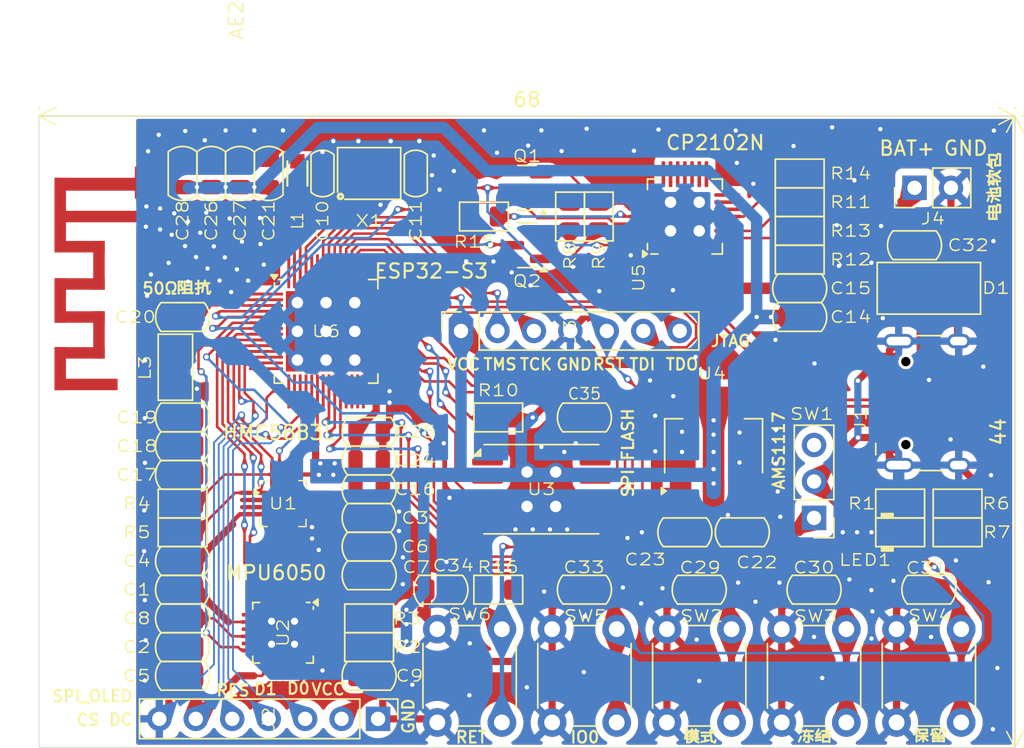
<source format=kicad_pcb>
(kicad_pcb (version 20241229) (generator "pcbnew") (generator_version "9.0")
  (layers (0 "F.Cu" signal) (2 "B.Cu" signal) (13 "F.Paste" user) (15 "B.Paste" user) (5 "F.SilkS" user "F.Silkscreen") (7 "B.SilkS" user "B.Silkscreen") (1 "F.Mask" user) (3 "B.Mask" user) (25 "Edge.Cuts" user))
  (net 0 "")
  (net 1 "GND")
  (net 2 "Net-(U2-REGOUT)")
  (net 3 "Net-(U2-CPOUT)")
  (net 4 "Net-(L1--)")
  (net 5 "/XTAL_N")
  (net 6 "VCC")
  (net 7 "Net-(U1-STEP)")
  (net 8 "VDD3P3")
  (net 9 "Net-(SW1-A)")
  (net 10 "Net-(U1-SETC)")
  (net 11 "Net-(U1-C1)")
  (net 12 "VBUS")
  (net 13 "/GPIO17")
  (net 14 "/GPIO16")
  (net 15 "/GPIO18")
  (net 16 "/CHIP_PU")
  (net 17 "/GPIO13")
  (net 18 "/GPIO10")
  (net 19 "/GPIO8")
  (net 20 "/GPIO12")
  (net 21 "/GPIO7")
  (net 22 "/MTCK")
  (net 23 "/MTDI")
  (net 24 "/MTMS")
  (net 25 "/MTDO")
  (net 26 "Net-(LED1-A)")
  (net 27 "Net-(Q1-B)")
  (net 28 "/~{RTS}")
  (net 29 "/XTAL_P")
  (net 30 "/U0TXD")
  (net 31 "/GPIO3")
  (net 32 "/GPIO4")
  (net 33 "/SPIQ")
  (net 34 "/GPIO5")
  (net 35 "/~{DTR}")
  (net 36 "/GPIO6")
  (net 37 "Net-(Q2-B)")
  (net 38 "/~{RST}")
  (net 39 "/SPICS0")
  (net 40 "/ACTIVE")
  (net 41 "Net-(U5-VBUS)")
  (net 42 "Net-(U6-U0TXD{slash}PROG{slash}GPIO43)")
  (net 43 "/SPICLK")
  (net 44 "/D-")
  (net 45 "/SPIHD")
  (net 46 "/SPID")
  (net 47 "/SPIWP")
  (net 48 "/D+")
  (net 49 "/U0RXD")
  (net 50 "/GPIO0")
  (net 51 "/LNA_IN")
  (net 52 "Net-(J1-CC1)")
  (net 54 "Net-(J1-CC2)")
  (net 59 "/AUX_DA")
  (net 60 "/AUX_CL")
  (net 68 "/GPIO1")
  (net 69 "/GPIO2")
  (net 70 "/GPIO9")
  (net 71 "/GPIO11")
  (net 72 "/GPIO14")
  (net 73 "/GPIO15")
  (net 74 "/GPIO19")
  (net 75 "/GPIO20")
  (net 76 "/GPIO21")
  (net 77 "/SPI_CS1")
  (net 78 "/GPIO48")
  (net 79 "/GPIO47")
  (net 80 "/GPIO33")
  (net 81 "/GPIO34")
  (net 82 "/GPIO35")
  (net 83 "/GPIO36")
  (net 84 "/GPIO37")
  (net 85 "/GPIO38")
  (net 86 "/GPIO45")
  (net 87 "/GPIO46")
  (footprint "PCM_Capacitor_SMD_AKL:C_0805_2012Metric" (layer "F.Cu") (at 166 141 180)
    (property "Reference" "C22")
    (property "Value" "22uF" (hide yes))
  )
  (footprint "PCM_Capacitor_SMD_AKL:C_0805_2012Metric" (layer "F.Cu") (at 127 116 90)
    (property "Reference" "C28")
    (property "Value" "1uF" (hide yes))
  )
  (footprint "PCM_Capacitor_SMD_AKL:C_0805_2012Metric" (layer "F.Cu") (at 140 136)
    (property "Reference" "C24")
    (property "Value" "1uF" (hide yes))
  )
  (footprint "PCM_Resistor_SMD_AKL:R_0805_2012Metric" (layer "F.Cu") (at 154 119 90)
    (property "Reference" "R8")
    (property "Value" "10K" (hide yes))
  )
  (footprint "PCM_Resistor_SMD_AKL:R_0805_2012Metric" (layer "F.Cu") (at 156 119 -90)
    (property "Reference" "R9")
    (property "Value" "10K" (hide yes))
  )
  (footprint "PCM_Capacitor_SMD_AKL:C_0603_1608Metric" (layer "F.Cu") (at 136.75 116 90)
    (property "Reference" "C10")
    (property "Value" "15pF" (hide yes))
  )
  (footprint "Library:LGA-16_3x3mm_P0.5mm" (layer "F.Cu") (at 134 139)
    (property "Reference" "U1")
    (property "Value" "HMC5883L" (hide yes))
  )
  (footprint "PCM_Capacitor_SMD_AKL:C_0805_2012Metric" (layer "F.Cu") (at 162 141 180)
    (property "Reference" "C23")
    (property "Value" "22uF" (hide yes))
  )
  (footprint "PCM_Resistor_SMD_AKL:R_0805_2012Metric" (layer "F.Cu") (at 148 119)
    (property "Reference" "R15")
    (property "Value" "499R" (hide yes))
  )
  (footprint "Library:QFN-28-1EP_5x5mm_P0.5mm_EP3.35x3.35mm" (layer "F.Cu") (at 162 119 90)
    (property "Reference" "U5")
    (property "Value" "CP2102N-Axx-xQFN28" (hide yes))
  )
  (footprint "PCM_Resistor_SMD_AKL:R_0805_2012Metric" (layer "F.Cu") (at 140 147 180)
    (property "Reference" "R3")
    (property "Value" "10K" (hide yes))
  )
  (footprint "PCM_Capacitor_SMD_AKL:C_0805_2012Metric" (layer "F.Cu") (at 127 126 180)
    (property "Reference" "C20")
    (property "Value" "100nF" (hide yes))
  )
  (footprint "PCM_Diode_SMD_AKL:D_SMA_TVS" (layer "F.Cu") (at 179 124 180)
    (property "Reference" "D1")
    (property "Value" "SMAJ6.5CA" (hide yes))
  )
  (footprint "PCM_Capacitor_SMD_AKL:C_0805_2012Metric" (layer "F.Cu") (at 140 142 180)
    (property "Reference" "C6")
    (property "Value" "220nF" (hide yes))
  )
  (footprint "Button_Switch_THT:SW_PUSH_6mm_H7.3mm" (layer "F.Cu") (at 168.75 154.25 90)
    (property "Reference" "SW3")
    (property "Value" "SW_Push" (hide yes))
  )
  (footprint "PCM_Capacitor_SMD_AKL:C_0805_2012Metric" (layer "F.Cu") (at 145 145 180)
    (property "Reference" "C34")
    (property "Value" "1uF" (hide yes))
  )
  (footprint "Connector_PinSocket_2.54mm:PinSocket_1x07_P2.54mm_Vertical" (layer "F.Cu") (at 146.4 126.975 90)
    (property "Reference" "J3")
    (property "Value" "Conn_01x07" (hide yes))
  )
  (footprint "PCM_Capacitor_SMD_AKL:C_0805_2012Metric" (layer "F.Cu") (at 127 147)
    (property "Reference" "C8")
    (property "Value" "100nF" (hide yes))
  )
  (footprint "PCM_Capacitor_SMD_AKL:C_0805_2012Metric" (layer "F.Cu") (at 140 140)
    (property "Reference" "C3")
    (property "Value" "100nF" (hide yes))
  )
  (footprint "PCM_Capacitor_SMD_AKL:C_0805_2012Metric" (layer "F.Cu") (at 179 145 180)
    (property "Reference" "C31")
    (property "Value" "100nF" (hide yes))
  )
  (footprint "PCM_Capacitor_SMD_AKL:C_0805_2012Metric" (layer "F.Cu") (at 178 121)
    (property "Reference" "C32")
    (property "Value" "100nF" (hide yes))
  )
  (footprint "PCM_Capacitor_SMD_AKL:C_0805_2012Metric" (layer "F.Cu") (at 127 135 180)
    (property "Reference" "C18")
    (property "Value" "1uF" (hide yes))
  )
  (footprint "PCM_Capacitor_SMD_AKL:C_0805_2012Metric" (layer "F.Cu") (at 133 116 90)
    (property "Reference" "C21")
    (property "Value" "100nF" (hide yes))
  )
  (footprint "PCM_Capacitor_SMD_AKL:C_0805_2012Metric" (layer "F.Cu") (at 127 143 180)
    (property "Reference" "C4")
    (property "Value" "100nF" (hide yes))
  )
  (footprint "PCM_Capacitor_SMD_AKL:C_0805_2012Metric" (layer "F.Cu") (at 127 137 180)
    (property "Reference" "C17")
    (property "Value" "10uF" (hide yes))
  )
  (footprint "Package_TO_SOT_SMD:SOT-223-3_TabPin2" (layer "F.Cu") (at 164 135 90)
    (property "Reference" "U4")
    (property "Value" "AMS1117-3.3" (hide yes))
  )
  (footprint "PCM_Resistor_SMD_AKL:R_0805_2012Metric" (layer "F.Cu") (at 177 139)
    (property "Reference" "R1")
    (property "Value" "2K" (hide yes))
  )
  (footprint "PCM_LED_SMD_AKL:LED_0805_2012Metric" (layer "F.Cu") (at 177 141)
    (property "Reference" "LED1")
    (property "Value" "5Vred" (hide yes))
  )
  (footprint "PCM_Resistor_SMD_AKL:R_0805_2012Metric" (layer "F.Cu") (at 127 139)
    (property "Reference" "R4")
    (property "Value" "10K" (hide yes))
  )
  (footprint "PCM_Capacitor_SMD_AKL:C_0805_2012Metric" (layer "F.Cu") (at 155 133 180)
    (property "Reference" "C35")
    (property "Value" "100nF" (hide yes))
  )
  (footprint "PCM_Resistor_SMD_AKL:R_0805_2012Metric" (layer "F.Cu") (at 170 116 180)
    (property "Reference" "R14")
    (property "Value" "10K(NC)" (hide yes))
  )
  (footprint "Connector_USB:USB_C_Receptacle_HCTL_HC-TYPE-C-16P-01A" (layer "F.Cu") (at 180 132 90)
    (property "Reference" "J1")
    (property "Value" "USB_C_Receptacle_USB2.0_16P" (hide yes))
  )
  (footprint "PCM_Capacitor_SMD_AKL:C_0805_2012Metric" (layer "F.Cu") (at 129 116 90)
    (property "Reference" "C26")
    (property "Value" "10uF" (hide yes))
  )
  (footprint "PCM_Resistor_SMD_AKL:R_1206_3216Metric" (layer "F.Cu") (at 126.5 129.5 90)
    (property "Reference" "L3")
    (property "Value" "2.0 nH 600 mA" (hide yes))
  )
  (footprint "PCM_Resistor_SMD_AKL:R_0805_2012Metric" (layer "F.Cu") (at 181 139)
    (property "Reference" "R6")
    (property "Value" "5.1K" (hide yes))
  )
  (footprint "Button_Switch_THT:SW_PUSH_6mm_H7.3mm" (layer "F.Cu") (at 176.75 154.25 90)
    (property "Reference" "SW4")
    (property "Value" "SW_Push" (hide yes))
  )
  (footprint "PCM_Capacitor_SMD_AKL:C_0805_2012Metric" (layer "F.Cu") (at 140 134)
    (property "Reference" "C25")
    (property "Value" "100nF" (hide yes))
  )
  (footprint "Package_TO_SOT_SMD:SOT-23" (layer "F.Cu") (at 151 121 180)
    (property "Reference" "Q2")
    (property "Value" "SS8050" (hide yes))
  )
  (footprint "PCM_Resistor_SMD_AKL:R_0805_2012Metric" (layer "F.Cu") (at 181 141)
    (property "Reference" "R7")
    (property "Value" "5.1K" (hide yes))
  )
  (footprint "Connector_PinHeader_2.54mm:PinHeader_1x03_P2.54mm_Vertical" (layer "F.Cu") (at 171 140 180)
    (property "Reference" "SW1")
    (property "Value" "SW_SPDT" (hide yes))
  )
  (footprint "Library:QFN-56-1EP_7x7mm_P0.4mm_EP5.6x5.6mm" (layer "F.Cu") (at 137 127)
    (property "Reference" "U6")
    (property "Value" "ESP32-S3" (hide yes))
  )
  (footprint "PCM_Resistor_SMD_AKL:R_0805_2012Metric" (layer "F.Cu") (at 149 133)
    (property "Reference" "R10")
    (property "Value" "10K(NC)" (hide yes))
  )
  (footprint "PCM_Capacitor_SMD_AKL:C_0805_2012Metric" (layer "F.Cu") (at 127 145 180)
    (property "Reference" "C1")
    (property "Value" "10nF" (hide yes))
  )
  (footprint "PCM_4ms_Resistor:R_0603" (layer "F.Cu") (at 135 116 90)
    (property "Reference" "L1")
    (property "Value" "24 nH (3%), 140 mA" (hide yes))
  )
  (footprint "PCM_Crystal_AKL:Crystal_SMD_3225-4Pin_3.2x2.5mm" (layer "F.Cu") (at 140 116)
    (property "Reference" "X1")
    (property "Value" "40MHz(±10ppm)" (hide yes))
  )
  (footprint "PCM_Capacitor_SMD_AKL:C_0805_2012Metric" (layer "F.Cu") (at 140 138)
    (property "Reference" "C16")
    (property "Value" "100nF" (hide yes))
  )
  (footprint "Library:WSON-8-1EP_8x6mm_P1.27mm_EP3.4x4.3mm" (layer "F.Cu") (at 152 138)
    (property "Reference" "U3")
    (property "Value" "W25Q128JVE" (hide yes))
  )
  (footprint "Library:ANT-2_4G-Top-2" (layer "F.Cu") (at 123.775 119 90)
    (property "Reference" "AE2")
    (property "Value" "PCB_ANT" (hide yes))
  )
  (footprint "PCM_Capacitor_SMD_AKL:C_0805_2012Metric" (layer "F.Cu") (at 127 149 180)
    (property "Reference" "C2")
    (property "Value" "100nF" (hide yes))
  )
  (footprint "Library:QFN-24-1EP_4x4mm_P0.5mm_EP2.7x2.7mm_ThermalVias" (layer "F.Cu") (at 134 148 -90)
    (property "Reference" "U2")
    (property "Value" "MPU-6050" (hide yes))
  )
  (footprint "PCM_Resistor_SMD_AKL:R_0805_2012Metric" (layer "F.Cu") (at 140 149 180)
    (property "Reference" "R2")
    (property "Value" "10K" (hide yes))
  )
  (footprint "PCM_Resistor_SMD_AKL:R_0805_2012Metric" (layer "F.Cu") (at 170 122)
    (property "Reference" "R12")
    (property "Value" "22.1K" (hide yes))
  )
  (footprint "PCM_Capacitor_SMD_AKL:C_0805_2012Metric" (layer "F.Cu") (at 170 124)
    (property "Reference" "C15")
    (property "Value" "100nF" (hide yes))
  )
  (footprint "PCM_Capacitor_SMD_AKL:C_0805_2012Metric" (layer "F.Cu") (at 127 133 180)
    (property "Reference" "C19")
    (property "Value" "100nF" (hide yes))
  )
  (footprint "PCM_Capacitor_SMD_AKL:C_0805_2012Metric" (layer "F.Cu") (at 127 151 180)
    (property "Reference" "C5")
    (property "Value" "100nF" (hide yes))
  )
  (footprint "PCM_Capacitor_SMD_AKL:C_0805_2012Metric" (layer "F.Cu") (at 163 145 180)
    (property "Reference" "C29")
    (property "Value" "100nF" (hide yes))
  )
  (footprint "PCM_Capacitor_SMD_AKL:C_0805_2012Metric" (layer "F.Cu") (at 170 126)
    (property "Reference" "C14")
    (property "Value" "4.7uF" (hide yes))
  )
  (footprint "PCM_Capacitor_SMD_AKL:C_0805_2012Metric" (layer "F.Cu") (at 140 144)
    (property "Reference" "C7")
    (property "Value" "4.7uF" (hide yes))
  )
  (footprint "PCM_Resistor_SMD_AKL:R_0805_2012Metric" (layer "F.Cu") (at 170 118)
    (property "Reference" "R11")
    (property "Value" "2K" (hide yes))
  )
  (footprint "Button_Switch_THT:SW_PUSH_6mm_H7.3mm" (layer "F.Cu") (at 144.75 154.25 90)
    (property "Reference" "SW6")
    (property "Value" "SW_Push" (hide yes))
  )
  (footprint "PCM_Capacitor_SMD_AKL:C_0603_1608Metric" (layer "F.Cu") (at 143.25 116 -90)
    (property "Reference" "C11")
    (property "Value" "15pF" (hide yes))
  )
  (footprint "PCM_Capacitor_SMD_AKL:C_0805_2012Metric" (layer "F.Cu") (at 171 145 180)
    (property "Reference" "C30")
    (property "Value" "100nF" (hide yes))
  )
  (footprint "Connector_PinHeader_2.54mm:PinHeader_1x07_P2.54mm_Vertical" (layer "F.Cu") (at 140.62 154 -90)
    (property "Reference" "J2")
    (property "Value" "SSD1306_7pin" (hide yes))
  )
  (footprint "Package_TO_SOT_SMD:SOT-23" (layer "F.Cu") (at 151 117 180)
    (property "Reference" "Q1")
    (property "Value" "SS8050" (hide yes))
  )
  (footprint "PCM_Resistor_SMD_AKL:R_0805_2012Metric" (layer "F.Cu") (at 170 120 180)
    (property "Reference" "R13")
    (property "Value" "47.5K" (hide yes))
  )
  (footprint "Button_Switch_THT:SW_PUSH_6mm_H7.3mm" (layer "F.Cu") (at 160.75 154.25 90)
    (property "Reference" "SW2")
    (property "Value" "SW_Push" (hide yes))
  )
  (footprint "Button_Switch_THT:SW_PUSH_6mm_H7.3mm" (layer "F.Cu") (at 152.75 154.25 90)
    (property "Reference" "SW5")
    (property "Value" "SW_Push" (hide yes))
  )
  (footprint "PCM_Resistor_SMD_AKL:R_0805_2012Metric" (layer "F.Cu") (at 149 145 180)
    (property "Reference" "R16")
    (property "Value" "10K" (hide yes))
  )
  (footprint "Connector_PinHeader_2.54mm:PinHeader_1x02_P2.54mm_Vertical" (layer "F.Cu") (at 178 117 90)
    (property "Reference" "J4")
    (property "Value" "Conn_01x02" (hide yes))
  )
  (footprint "PCM_Capacitor_SMD_AKL:C_0805_2012Metric" (layer "F.Cu") (at 155 145 180)
    (property "Reference" "C33")
    (property "Value" "100nF" (hide yes))
  )
  (footprint "PCM_Capacitor_SMD_AKL:C_0805_2012Metric" (layer "F.Cu") (at 131 116 90)
    (property "Reference" "C27")
    (property "Value" "10nF" (hide yes))
  )
  (footprint "PCM_Capacitor_SMD_AKL:C_0805_2012Metric" (layer "F.Cu") (at 140 151)
    (property "Reference" "C9")
    (property "Value" "2.2nF" (hide yes))
  )
  (footprint "PCM_Resistor_SMD_AKL:R_0805_2012Metric" (layer "F.Cu") (at 127 141)
    (property "Reference" "R5")
    (property "Value" "10K" (hide yes))
  )
  (gr_rect (start 123.78 115.62) (end 124.6 117.69) (stroke (width 0.2)) (fill yes) (layer "F.Cu") (net 1))
  (gr_rect (start 136 136) (end 138 137.5) (stroke (width 0.2)) (fill yes) (layer "F.Cu") (net 6))
  (gr_rect (start 132.19 145.99) (end 136.19 149.95) (stroke (width 0.2)) (fill yes) (layer "B.Cu") (net 1))
  (gr_rect (start 134.925 123.815) (end 140.64 129.68) (stroke (width 0.2)) (fill yes) (layer "B.Cu") (net 1))
  (gr_rect (start 136 136) (end 138 137.5) (stroke (width 0.2)) (fill yes) (layer "B.Cu") (net 6))
  (gr_rect (start 159.92 117.39) (end 163.68 121.05) (stroke (width 0.2)) (fill yes) (layer "B.Cu") (net 1))
  (gr_rect (start 117 112) (end 185 156) (stroke (width 0.05)) (fill no) (layer "Edge.Cuts"))
  (gr_text "BAT+" (at 175.45 114.83 0) (layer "F.SilkS") (effects (font (size 1 1) (thickness 0.15) (bold yes)) (justify left bottom)))
  (gr_text "IO0" (at 153.94 155.75 0) (layer "F.SilkS") (effects (font (size 0.8 0.8) (thickness 0.15) (bold yes)) (justify left bottom)))
  (gr_text "GND" (at 152.96 129.769 0) (layer "F.SilkS") (effects (font (size 0.8 0.8) (thickness 0.15) (bold yes)) (justify left bottom)))
  (gr_text "模式" (at 161.79 155.75 0) (layer "F.SilkS") (effects (font (size 0.8 0.8) (thickness 0.15) (bold yes)) (justify left bottom)))
  (gr_text "GND" (at 143.2 155.13 90) (layer "F.SilkS") (effects (font (size 0.8 0.8) (thickness 0.15) (bold yes)) (justify left bottom)))
  (gr_text "TDO" (at 160.58 129.769 0) (layer "F.SilkS") (effects (font (size 0.8 0.8) (thickness 0.15) (bold yes)) (justify left bottom)))
  (gr_text "RST" (at 155.5 129.769 0) (layer "F.SilkS") (effects (font (size 0.8 0.8) (thickness 0.15) (bold yes)) (justify left bottom)))
  (gr_text "HMC5883L" (at 129.71 134.64 0) (layer "F.SilkS") (effects (font (size 1 1) (thickness 0.15) (bold yes)) (justify left bottom)))
  (gr_text "TMS" (at 147.88 129.769 0) (layer "F.SilkS") (effects (font (size 0.8 0.8) (thickness 0.15) (bold yes)) (justify left bottom)))
  (gr_text "RES" (at 129.27 152.49 0) (layer "F.SilkS") (effects (font (size 0.8 0.8) (thickness 0.15) (bold yes)) (justify left bottom)))
  (gr_text "GND" (at 179.94 114.83 0) (layer "F.SilkS") (effects (font (size 1 1) (thickness 0.15) (bold yes)) (justify left bottom)))
  (gr_text "JTAG" (at 163.72 128.14 0) (layer "F.SilkS") (effects (font (size 0.8 0.8) (thickness 0.15) (bold yes)) (justify left bottom)))
  (gr_text "VCC\n" (at 145.34 129.769 0) (layer "F.SilkS") (effects (font (size 0.8 0.8) (thickness 0.15) (bold yes)) (justify left bottom)))
  (gr_text "50Ω阻抗" (at 124.12 124.48 0) (layer "F.SilkS") (effects (font (size 0.8 0.8) (thickness 0.15) (bold yes)) (justify left bottom)))
  (gr_text "冻结" (at 169.77 155.72 0) (layer "F.SilkS") (effects (font (size 0.8 0.8) (thickness 0.15) (bold yes)) (justify left bottom)))
  (gr_text "D0" (at 134.19 152.35 0) (layer "F.SilkS") (effects (font (size 0.8 0.8) (thickness 0.15) (bold yes)) (justify left bottom)))
  (gr_text "电池软包" (at 184.07 119.34 90) (layer "F.SilkS") (effects (font (size 0.8 0.8) (thickness 0.15) (bold yes)) (justify left bottom)))
  (gr_text "DC" (at 121.79 154.52 0) (layer "F.SilkS") (effects (font (size 0.8 0.8) (thickness 0.15) (bold yes)) (justify left bottom)))
  (gr_text "AMS1117" (at 169.01 138.11 90) (layer "F.SilkS") (effects (font (size 0.8 0.8) (thickness 0.15) (bold yes)) (justify left bottom)))
  (gr_text "VCC" (at 135.89 152.41 0) (layer "F.SilkS") (effects (font (size 0.8 0.8) (thickness 0.15) (bold yes)) (justify left bottom)))
  (gr_text "保留" (at 177.78 155.69 0) (layer "F.SilkS") (effects (font (size 0.8 0.8) (thickness 0.15) (bold yes)) (justify left bottom)))
  (gr_text "CS" (at 119.52 154.54 0) (layer "F.SilkS") (effects (font (size 0.8 0.8) (thickness 0.15) (bold yes)) (justify left bottom)))
  (gr_text "TDI" (at 158.04 129.769 0) (layer "F.SilkS") (effects (font (size 0.8 0.8) (thickness 0.15) (bold yes)) (justify left bottom)))
  (gr_text "D1" (at 131.9 152.39 0) (layer "F.SilkS") (effects (font (size 0.8 0.8) (thickness 0.15) (bold yes)) (justify left bottom)))
  (gr_text "CP2102N" (at 160.59 114.44 0) (layer "F.SilkS") (effects (font (size 1 1) (thickness 0.15) (bold yes)) (justify left bottom)))
  (gr_text "MPU6050" (at 129.93 144.41 0) (layer "F.SilkS") (effects (font (size 1 1) (thickness 0.15) (bold yes)) (justify left bottom)))
  (gr_text "RET" (at 145.95 155.75 0) (layer "F.SilkS") (effects (font (size 0.8 0.8) (thickness 0.15) (bold yes)) (justify left bottom)))
  (gr_text "TCK" (at 150.42 129.769 0) (layer "F.SilkS") (effects (font (size 0.8 0.8) (thickness 0.15) (bold yes)) (justify left bottom)))
  (gr_text "SPI FLASH" (at 158.5 138.65 90) (layer "F.SilkS") (effects (font (size 0.8 0.8) (thickness 0.15) (bold yes)) (justify left bottom)))
  (gr_text "ESP32-S3" (at 140.285 123.39 0) (layer "F.SilkS") (effects (font (size 1 1) (thickness 0.15) (bold yes)) (justify left bottom)))
  (gr_text "SPI_OLED" (at 117.83 152.88 0) (layer "F.SilkS") (effects (font (size 0.8 0.8) (thickness 0.15) (bold yes)) (justify left bottom)))
  (dimension (type aligned) (layer "F.SilkS") (pts (xy 185 112) (xy 185 156)) (height 0) (format (prefix "") (suffix "") (units 3) (units_format 0) (precision 4) (suppress_zeroes yes)) (style (thickness 0.1) (arrow_length 1.27) (text_position_mode 0) (arrow_direction outward) (extension_height 0.58642) (extension_offset 0.5) (keep_text_aligned yes)) (gr_text "44" (at 183.85 134 90) (layer "F.SilkS") (effects (font (size 1 1) (thickness 0.15)))))
  (dimension (type aligned) (layer "F.SilkS") (pts (xy 117 112) (xy 185 112)) (height 0) (format (prefix "") (suffix "") (units 3) (units_format 0) (precision 4) (suppress_zeroes yes)) (style (thickness 0.1) (arrow_length 1.27) (text_position_mode 0) (arrow_direction outward) (extension_height 0.58642) (extension_offset 0.5) (keep_text_aligned yes)) (gr_text "68" (at 151 110.85 0) (layer "F.SilkS") (effects (font (size 1 1) (thickness 0.15)))))
  (segment (start 176.0625 141) (end 175 141) (width 0.8) (layer "F.Cu") (net 1))
  (segment (start 143.175 116.85) (end 143.25 116.775) (width 0.5) (layer "F.Cu") (net 1))
  (segment (start 134.631479 139.39) (end 134.631479 139.108521) (width 0.3) (layer "F.Cu") (net 1))
  (segment (start 143.05 144) (end 144.05 145) (width 0.5) (layer "F.Cu") (net 1))
  (segment (start 125.174 132.124) (end 126.05 133) (width 0.5) (layer "F.Cu") (net 1))
  (segment (start 165 139.8) (end 165 140.95) (width 0.5) (layer "F.Cu") (net 1))
  (segment (start 126.05 151) (end 126.05 153.33) (width 0.5) (layer "F.Cu") (net 1))
  (segment (start 126.05 133) (end 126.05 137) (width 0.5) (layer "F.Cu") (net 1))
  (segment (start 152.75 147.75) (end 152.75 146.3) (width 0.5) (layer "F.Cu") (net 1))
  (segment (start 144.05 145) (end 144.05 147.05) (width 0.5) (layer "F.Cu") (net 1))
  (segment (start 165 140.95) (end 165.05 141) (width 0.5) (layer "F.Cu") (net 1))
  (segment (start 160.75 146.3) (end 162.05 145) (width 0.5) (layer "F.Cu") (net 1))
  (segment (start 136.449 114.199) (end 136.75 114.5) (width 0.5) (layer "F.Cu") (net 1))
  (segment (start 168.75 147.75) (end 168.75 146.3) (width 0.5) (layer "F.Cu") (net 1))
  (segment (start 136.75 115.225) (end 138.825 115.225) (width 0.5) (layer "F.Cu") (net 1))
  (segment (start 178.95 121) (end 178.95 121.95) (width 0.5) (layer "F.Cu") (net 1))
  (segment (start 144.5 114.75) (end 143.5 113.75) (width 0.5) (layer "F.Cu") (net 1))
  (segment (start 132.65 147.75) (end 133.2 147.2) (width 0.18) (layer "F.Cu") (net 1))
  (segment (start 181 124) (end 181 127.605) (width 0.5) (layer "F.Cu") (net 1))
  (segment (start 161.05 141) (end 161.05 138.8) (width 0.5) (layer "F.Cu") (net 1))
  (segment (start 160.75 154.25) (end 160.75 147.75) (width 0.5) (layer "F.Cu") (net 1))
  (segment (start 174 141) (end 173 141) (width 0.8) (layer "F.Cu") (net 1))
  (segment (start 140.95 151) (end 140.95 153.67) (width 0.5) (layer "F.Cu") (net 1))
  (segment (start 141.42 131.97) (end 141.42 131.17) (width 0.5) (layer "F.Cu") (net 1))
  (segment (start 168.75 154.25) (end 168.75 147.75) (width 0.5) (layer "F.Cu") (net 1))
  (segment (start 135.25 150.2125) (end 135.25 149.25) (width 0.18) (layer "F.Cu") (net 1))
  (segment (start 125.124 137.926) (end 125.124 142.074) (width 0.5) (layer "F.Cu") (net 1))
  (segment (start 181.9125 137.1575) (end 181.075 136.32) (width 0.5) (layer "F.Cu") (net 1))
  (segment (start 175 141) (end 174 141) (width 0.8) (layer "F.Cu") (net 1))
  (segment (start 133.851 114.199) (end 136.449 114.199) (width 0.5) (layer "F.Cu") (net 1))
  (segment (start 136.75 114.5) (end 136.75 115.225) (width 0.5) (layer "F.Cu") (net 1))
  (segment (start 158.4 141) (end 158 141.4) (width 0.5) (layer "F.Cu") (net 1))
  (segment (start 181.9125 139) (end 181.9125 141) (width 0.5) (layer "F.Cu") (net 1))
  (segment (start 135.25 149.25) (end 134.8 148.8) (width 0.18) (layer "F.Cu") (net 1))
  (segment (start 131.7875 148.75) (end 133.15 148.75) (width 0.18) (layer "F.Cu") (net 1))
  (segment (start 176.255 128.32) (end 176.895 127.68) (width 0.5) (layer "F.Cu") (net 1))
  (segment (start 176.255 135.2) (end 176.255 135.68) (width 0.5) (layer "F.Cu") (net 1))
  (segment (start 161.05 138.8) (end 161.7 138.15) (width 0.5) (layer "F.Cu") (net 1))
  (segment (start 144.5 116) (end 144.5 114.75) (width 0.5) (layer "F.Cu") (net 1))
  (segment (start 152 135.05) (end 154.05 133) (width 0.5) (layer "F.Cu") (net 1))
  (segment (start 140.95 144) (end 143.05 144) (width 0.5) (layer "F.Cu") (net 1))
  (segment (start 152 135.05) (end 152 138) (width 0.5) (layer "F.Cu") (net 1))
  (segment (start 127 115.05) (end 133 115.05) (width 0.5) (layer "F.Cu") (net 1))
  (segment (start 180.54 117) (end 180.54 119.41) (width 0.5) (layer "F.Cu") (net 1))
  (segment (start 131.7875 147.75) (end 132.65 147.75) (width 0.18) (layer "F.Cu") (net 1))
  (segment (start 125.174 126.876) (end 125.174 132.124) (width 0.5) (layer "F.Cu") (net 1))
  (segment (start 144.5 154) (end 144.75 154.25) (width 0.5) (layer "F.Cu") (net 1))
  (segment (start 125.44 115.05) (end 124.226 116.264) (width 0.5) (layer "F.Cu") (net 1))
  (segment (start 136.02 140.64) (end 136.02 141.44) (width 0.5) (layer "F.Cu") (net 1))
  (segment (start 168.75 146.3) (end 170.05 145) (width 0.5) (layer "F.Cu") (net 1))
  (segment (start 176.255 128.8) (end 176.255 128.32) (width 0.5) (layer "F.Cu") (net 1))
  (segment (start 137.5 113.75) (end 136.75 114.5) (width 0.5) (layer "F.Cu") (net 1))
  (segment (start 140.62 154) (end 144.5 154) (width 0.5) (layer "F.Cu") (net 1))
  (segment (start 180.54 119.41) (end 178.95 121) (width 0.5) (layer "F.Cu") (net 1))
  (segment (start 176.255 135.68) (end 176.895 136.32) (width 0.5) (layer "F.Cu") (net 1))
  (segment (start 152.75 154.25) (end 152.75 147.75) (width 0.5) (layer "F.Cu") (net 1))
  (segment (start 143.5 113.75) (end 141.5 113.75) (width 0.5) (layer "F.Cu") (net 1))
  (segment (start 124.226 116.264) (end 124.226 116.655) (width 0.5) (layer "F.Cu") (net 1))
  (segment (start 135.25 146.75) (end 134.8 147.2) (width 0.18) (layer "F.Cu") (net 1))
  (segment (start 133 115.05) (end 133.851 114.199) (width 0.5) (layer "F.Cu") (net 1))
  (segment (start 178.95 121.95) (end 181 124) (width 0.5) (layer "F.Cu") (net 1))
  (segment (start 126.05 137) (end 125.124 137.926) (width 0.5) (layer "F.Cu") (net 1))
  (segment (start 141.42 131.97) (end 141.42 133.53) (width 0.5) (layer "F.Cu") (net 1))
  (segment (start 136.025 139.75) (end 136.025 140.125) (width 0.3) (layer "F.Cu") (net 1))
  (segment (start 136.025 139.75) (end 134.991479 139.75) (width 0.3) (layer "F.Cu") (net 1))
  (segment (start 150.095 139.905) (end 148.25 139.905) (width 0.5) (layer "F.Cu") (net 1))
  (segment (start 126.05 153.33) (end 125.38 154) (width 0.5) (layer "F.Cu") (net 1))
  (segment (start 144.375 116.125) (end 144.5 116) (width 0.5) (layer "F.Cu") (net 1))
  (segment (start 152.75 146.3) (end 154.05 145) (width 0.5) (layer "F.Cu") (net 1))
  (segment (start 161.8 134) (end 161.8 138.05) (width 0.5) (layer "F.Cu") (net 1))
  (segment (start 161.05 141) (end 158.4 141) (width 0.5) (layer "F.Cu") (net 1))
  (segment (start 135.25 145.7875) (end 135.25 146.75) (width 0.18) (layer "F.Cu") (net 1))
  (segment (start 170.9125 116) (end 171.776 116.8635) (width 0.3) (layer "F.Cu") (net 1))
  (segment (start 126.05 143) (end 126.05 151) (width 0.5) (layer "F.Cu") (net 1))
  (segment (start 133.15 148.75) (end 133.2 148.8) (width 0.18) (layer "F.Cu") (net 1))
  (segment (start 142.08 140.91) (end 142.08 139.56) (width 0.5) (layer "F.Cu") (net 1))
  (segment (start 126.05 126) (end 125.174 126.876) (width 0.5) (layer "F.Cu") (net 1))
  (segment (start 181 127.605) (end 181.075 127.68) (width 0.5) (layer "F.Cu") (net 1))
  (segment (start 144.2 154.25) (end 144.75 154.25) (width 0.5) (layer "F.Cu") (net 1))
  (segment (start 127 115.05) (end 125.44 115.05) (width 0.5) (layer "F.Cu") (net 1))
  (segment (start 136.02 140.13) (end 136.02 140.64) (width 0.5) (layer "F.Cu") (net 1))
  (segment (start 125.124 142.074) (end 126.05 143) (width 0.5) (layer "F.Cu") (net 1))
  (segment (start 181.075 127.68) (end 181.075 136.32) (width 0.5) (layer "F.Cu") (net 1))
  (segment (start 134.992479 139.751) (end 136.025 139.751) (width 0.3) (layer "F.Cu") (net 1))
  (segment (start 173.75 128.8) (end 170.95 126) (width 0.5) (layer "F.Cu") (net 1))
  (segment (start 176.255 128.8) (end 173.75 128.8) (width 0.5) (layer "F.Cu") (net 1))
  (segment (start 140.95 134) (end 140.95 140) (width 0.5) (layer "F.Cu") (net 1))
  (segment (start 136.025 140.125) (end 136.02 140.13) (width 0.3) (layer "F.Cu") (net 1))
  (segment (start 142.08 139.56) (end 141.39 139.56) (width 0.5) (layer "F.Cu") (net 1))
  (segment (start 176.75 154.25) (end 176.75 147.75) (width 0.5) (layer "F.Cu") (net 1))
  (segment (start 134.631479 139.39) (end 134.992479 139.751) (width 0.3) (layer "F.Cu") (net 1))
  (segment (start 139.25 113.75) (end 137.5 113.75) (width 0.5) (layer "F.Cu") (net 1))
  (segment (start 138.825 115.225) (end 138.9 115.15) (width 0.5) (layer "F.Cu") (net 1))
  (segment (start 135.25 150.2125) (end 135.25 151.57) (width 0.18) (layer "F.Cu") (net 1))
  (segment (start 141.42 133.53) (end 140.95 134) (width 0.5) (layer "F.Cu") (net 1))
  (segment (start 176.75 147.75) (end 176.75 146.3) (width 0.5) (layer "F.Cu") (net 1))
  (segment (start 171.776 119.1365) (end 170.9125 120) (width 0.3) (layer "F.Cu") (net 1))
  (segment (start 134.631479 139.108521) (end 134.99 138.75) (width 0.3) (layer "F.Cu") (net 1))
  (segment (start 141.1 116.85) (end 143.175 116.85) (width 0.5) (layer "F.Cu") (net 1))
  (segment (start 170.95 124) (end 170.95 126) (width 0.5) (layer "F.Cu") (net 1))
  (segment (start 141.39 139.56) (end 140.95 140) (width 0.5) (layer "F.Cu") (net 1))
  (segment (start 143.25 116.775) (end 143.725 116.775) (width 0.5) (layer "F.Cu") (net 1))
  (segment (start 160.75 147.75) (end 160.75 146.3) (width 0.5) (layer "F.Cu") (net 1))
  (segment (start 134.991479 139.75) (end 134.631479 139.39) (width 0.3) (layer "F.Cu") (net 1))
  (segment (start 161.8 138.05) (end 161.7 138.15) (width 0.5) (layer "F.Cu") (net 1))
  (segment (start 144.05 147.05) (end 144.75 147.75) (width 0.5) (layer "F.Cu") (net 1))
  (segment (start 171.776 116.8635) (end 171.776 119.1365) (width 0.3) (layer "F.Cu") (net 1))
  (segment (start 140.95 153.67) (end 140.62 154) (width 0.5) (layer "F.Cu") (net 1))
  (segment (start 161.5 120.5) (end 161 120) (width 0.18) (layer "F.Cu") (net 1))
  (segment (start 152 138) (end 150.095 139.905) (width 0.5) (layer "F.Cu") (net 1))
  (segment (start 136.025 138.75) (end 134.99 138.75) (width 0.3) (layer "F.Cu") (net 1))
  (segment (start 141.5 113.75) (end 139.25 113.75) (width 0.5) (layer "F.Cu") (net 1))
  (segment (start 143.725 116.775) (end 144.375 116.125) (width 0.5) (layer "F.Cu") (net 1))
  (segment (start 161.5 121.95) (end 161.5 120.5) (width 0.18) (layer "F.Cu") (net 1))
  (segment (start 181.9125 139) (end 181.9125 137.1575) (width 0.5) (layer "F.Cu") (net 1))
  (segment (start 176.75 146.3) (end 178.05 145) (width 0.5) (layer "F.Cu") (net 1))
  (via (at 128.55 113.69) (size 0.5) (drill 0.3) (layers "F.Cu" "B.Cu") (net 1))
  (via (at 180.88 142.96) (size 0.5) (drill 0.3) (layers "F.Cu" "B.Cu") (net 1))
  (via (at 180.51 134.53) (size 0.5) (drill 0.3) (layers "F.Cu" "B.Cu") (net 1))
  (via (at 124.8 123.04) (size 0.5) (drill 0.3) (layers "F.Cu" "B.Cu") (net 1))
  (via (at 154.96 150.74) (size 0.5) (drill 0.3) (layers "F.Cu" "B.Cu") (net 1))
  (via (at 149.93 122.89) (size 0.5) (drill 0.3) (layers "F.Cu" "B.Cu") (net 1))
  (via (at 159 141) (size 0.5) (drill 0.3) (layers "F.Cu" "B.Cu") (net 1))
  (via (at 174.99 145.03) (size 0.5) (drill 0.3) (layers "F.Cu" "B.Cu") (net 1))
  (via (at 145.9 115.83) (size 0.5) (drill 0.3) (layers "F.Cu" "B.Cu") (net 1))
  (via (at 128.65 118.73) (size 0.5) (drill 0.3) (layers "F.Cu" "B.Cu") (net 1))
  (via (at 168.36 136.22) (size 0.5) (drill 0.3) (layers "F.Cu" "B.Cu") (net 1))
  (via (at 124.43 148.52) (size 0.5) (drill 0.3) (layers "F.Cu" "B.Cu") (net 1))
  (via (at 129.179159 121.076947) (size 0.5) (drill 0.3) (layers "F.Cu" "B.Cu") (net 1))
  (via (at 158.95 145.96) (size 0.5) (drill 0.3) (layers "F.Cu" "B.Cu") (net 1))
  (via (at 163 151.36) (size 0.5) (drill 0.3) (layers "F.Cu" "B.Cu") (net 1))
  (via (at 132.4 119.1) (size 0.5) (drill 0.3) (layers "F.Cu" "B.Cu") (net 1))
  (via (at 165.71 144.51) (size 0.5) (drill 0.3) (layers "F.Cu" "B.Cu") (net 1))
  (via (at 146.98 152.36) (size 0.5) (drill 0.3) (layers "F.Cu" "B.Cu") (net 1))
  (via (at 161.17 124.13) (size 0.5) (drill 0.3) (layers "F.Cu" "B.Cu") (net 1))
  (via (at 141.42 131.97) (size 0.5) (drill 0.3) (layers "F.Cu" "B.Cu") (net 1))
  (via (at 130.383894 124.266106) (size 0.5) (drill 0.3) (layers "F.Cu" "B.Cu") (net 1))
  (via (at 144.91 117.13) (size 0.5) (drill 0.3) (layers "F.Cu" "B.Cu") (net 1))
  (via (at 183.33 137.02) (size 0.5) (drill 0.3) (layers "F.Cu" "B.Cu") (net 1))
  (via (at 174 141) (size 0.5) (drill 0.3) (layers "F.Cu" "B.Cu") (net 1))
  (via (at 159.94 135.36) (size 0.5) (drill 0.3) (layers "F.Cu" "B.Cu") (net 1))
  (via (at 127.943894 121.826106) (size 0.5) (drill 0.3) (layers "F.Cu" "B.Cu") (net 1))
  (via (at 151.08 114.06) (size 0.5) (drill 0.3) (layers "F.Cu" "B.Cu") (net 1))
  (via (at 136.02 140.64) (size 0.5) (drill 0.3) (layers "F.Cu" "B.Cu") (net 1))
  (via (at 157.68 144.85) (size 0.5) (drill 0.3) (layers "F.Cu" "B.Cu") (net 1))
  (via (at 183.46 154.72) (size 0.5) (drill 0.3) (layers "F.Cu" "B.Cu") (net 1))
  (via (at 162.82 148.48) (size 0.5) (drill 0.3) (layers "F.Cu" "B.Cu") (net 1))
  (via (at 141.5 113.75) (size 0.5) (drill 0.3) (layers "F.Cu" "B.Cu") (net 1))
  (via (at 171 148.29) (size 0.5) (drill 0.3) (layers "F.Cu" "B.Cu") (net 1))
  (via (at 179.15 148.29) (size 0.5) (drill 0.3) (layers "F.Cu" "B.Cu") (net 1))
  (via (at 183.16 144.48) (size 0.5) (drill 0.3) (layers "F.Cu" "B.Cu") (net 1))
  (via (at 171.57 151.15) (size 0.5) (drill 0.3) (layers "F.Cu" "B.Cu") (net 1))
  (via (at 172.73 122.44) (size 0.5) (drill 0.3) (layers "F.Cu" "B.Cu") (net 1))
  (via (at 128 131) (size 0.5) (drill 0.3) (layers "F.Cu" "B.Cu") (net 1))
  (via (at 165.62 115.26) (size 0.5) (drill 0.3) (layers "F.Cu" "B.Cu") (net 1))
  (via (at 173 141) (size 0.5) (drill 0.3) (layers "F.Cu" "B.Cu") (net 1))
  (via (at 169.57 114.09) (size 0.5) (drill 0.3) (layers "F.Cu" "B.Cu") (net 1))
  (via (at 131.14 120.75) (size 0.5) (drill 0.3) (layers "F.Cu" "B.Cu") (net 1))
  (via (at 168.47 138.16) (size 0.5) (drill 0.3) (layers "F.Cu" "B.Cu") (net 1))
  (via (at 151.4 140.8) (size 0.5) (drill 0.3) (layers "F.Cu" "B.Cu") (net 1))
  (via (at 179.01 130.38) (size 0.5) (drill 0.3) (layers "F.Cu" "B.Cu") (net 1))
  (via (at 145.39 143.06) (size 0.5) (drill 0.3) (layers "F.Cu" "B.Cu") (net 1))
  (via (at 183.77 150.46) (size 0.5) (drill 0.3) (layers "F.Cu" "B.Cu") (net 1))
  (via (at 132.66 122.35) (size 0.5) (drill 0.3) (layers "F.Cu" "B.Cu") (net 1))
  (via (at 125.43175 119.896004) (size 0.5) (drill 0.3) (layers "F.Cu" "B.Cu") (net 1))
  (via (at 165.54 113.01) (size 0.5) (drill 0.3) (layers "F.Cu" "B.Cu") (net 1))
  (via (at 128.231106 120.128894) (size 0.5) (drill 0.3) (layers "F.Cu" "B.Cu") (net 1))
  (via (at 168.65 139.92) (size 0.5) (drill 0.3) (layers "F.Cu" "B.Cu") (net 1))
  (via (at 175.79 126.08) (size 0.5) (drill 0.3) (layers "F.Cu" "B.Cu") (net 1))
  (via (at 158.23 121.7) (size 0.5) (drill 0.3) (layers "F.Cu" "B.Cu") (net 1))
  (via (at 132.43 120.92) (size 0.5) (drill 0.3) (layers "F.Cu" "B.Cu") (net 1))
  (via (at 130.28 119.14) (size 0.5) (drill 0.3) (layers "F.Cu" "B.Cu") (net 1))
  (via (at 132 113) (size 0.5) (drill 0.3) (layers "F.Cu" "B.Cu") (net 1))
  (via (at 124.37 133.05) (size 0.5) (drill 0.3) (layers "F.Cu" "B.Cu") (net 1))
  (via (at 142.35 142.75) (size 0.5) (drill 0.3) (layers "F.Cu" "B.Cu") (net 1))
  (via (at 172.26 112.79) (size 0.5) (drill 0.3) (layers "F.Cu" "B.Cu") (net 1))
  (via (at 159.93 132.88) (size 0.5) (drill 0.3) (layers "F.Cu" "B.Cu") (net 1))
  (via (at 155.02 146.86) (size 0.5) (drill 0.3) (layers "F.Cu" "B.Cu") (net 1))
  (via (at 175 141) (size 0.5) (drill 0.3) (layers "F.Cu" "B.Cu") (net 1))
  (via (at 173.46 144.29) (size 0.5) (drill 0.3) (layers "F.Cu" "B.Cu") (net 1))
  (via (at 124.6 114.45) (size 0.5) (drill 0.3) (layers "F.Cu" "B.Cu") (net 1))
  (via (at 124.33 139.48) (size 0.5) (drill 0.3) (layers "F.Cu" "B.Cu") (net 1))
  (via (at 154.2 122.5) (size 0.5) (drill 0.3) (layers "F.Cu" "B.Cu") (net 1))
  (via (at 136.75 114.5) (size 0.5) (drill 0.3) (layers "F.Cu" "B.Cu") (net 1))
  (via (at 124.38 129.03) (size 0.5) (drill 0.3) (layers "F.Cu" "B.Cu") (net 1))
  (via (at 175.06 146.51) (size 0.5) (drill 0.3) (layers "F.Cu" "B.Cu") (net 1))
  (via (at 154.4 134.8) (size 0.5) (drill 0.3) (layers "F.Cu" "B.Cu") (net 1))
  (via (at 148 113) (size 0.5) (drill 0.3) (layers "F.Cu" "B.Cu") (net 1))
  (via (at 155.16 112.88) (size 0.5) (drill 0.3) (layers "F.Cu" "B.Cu") (net 1))
  (via (at 124.37 145.73) (size 0.5) (drill 0.3) (layers "F.Cu" "B.Cu") (net 1))
  (via (at 151.24 123.8) (size 0.5) (drill 0.3) (layers "F.Cu" "B.Cu") (net 1))
  (via (at 125.34 113.31) (size 0.5) (drill 0.3) (layers "F.Cu" "B.Cu") (net 1))
  (via (at 168.59 144.51) (size 0.5) (drill 0.3) (layers "F.Cu" "B.Cu") (net 1))
  (via (at 126.03 122.23) (size 0.5) (drill 0.3) (layers "F.Cu" "B.Cu") (net 1))
  (via (at 152.19 145.13) (size 0.5) (drill 0.3) (layers "F.Cu" "B.Cu") (net 1))
  (via (at 146.76 122.12) (size 0.5) (drill 0.3) (layers "F.Cu" "B.Cu") (net 1))
  (via (at 131.566106 123.463894) (size 0.5) (drill 0.3) (layers "F.Cu" "B.Cu") (net 1))
  (via (at 153.8 140.8) (size 0.5) (drill 0.3) (layers "F.Cu" "B.Cu") (net 1))
  (via (at 130 113) (size 0.5) (drill 0.3) (layers "F.Cu" "B.Cu") (net 1))
  (via (at 183.5 120.71) (size 0.5) (drill 0.3) (layers "F.Cu" "B.Cu") (net 1))
  (via (at 137.5 113.75) (size 0.5) (drill 0.3) (layers "F.Cu" "B.Cu") (net 1))
  (via (at 144.375 116.125) (size 0.5) (drill 0.3) (layers "F.Cu" "B.Cu") (net 1))
  (via (at 142.08 140.91) (size 0.5) (drill 0.3) (layers "F.Cu" "B.Cu") (net 1))
  (via (at 128.738894 122.621106) (size 0.5) (drill 0.3) (layers "F.Cu" "B.Cu") (net 1))
  (via (at 176.53 144.38) (size 0.5) (drill 0.3) (layers "F.Cu" "B.Cu") (net 1))
  (via (at 153.6 135.4) (size 0.5) (drill 0.3) (layers "F.Cu" "B.Cu") (net 1))
  (via (at 140.79 118.18) (size 0.5) (drill 0.3) (layers "F.Cu" "B.Cu") (net 1))
  (via (at 126.240677 120.271647) (size 0.5) (drill 0.3) (layers "F.Cu" "B.Cu") (net 1))
  (via (at 161.19 131.52) (size 0.5) (drill 0.3) (layers "F.Cu" "B.Cu") (net 1))
  (via (at 152 113) (size 0.5) (drill 0.3) (layers "F.Cu" "B.Cu") (net 1))
  (via (at 175 148.41) (size 0.5) (drill 0.3) (layers "F.Cu" "B.Cu") (net 1))
  (via (at 175 122.22) (size 0.5) (drill 0.3) (layers "F.Cu" "B.Cu") (net 1))
  (via (at 124.446643 119.708846) (size 0.5) (drill 0.3) (layers "F.Cu" "B.Cu") (net 1))
  (via (at 166.77 116.72) (size 0.5) (drill 0.3) (layers "F.Cu" "B.Cu") (net 1))
  (via (at 153.41 114.44) (size 0.5) (drill 0.3) (layers "F.Cu" "B.Cu") (net 1))
  (via (at 165.81 136.14) (size 0.5) (drill 0.3) (layers "F.Cu" "B.Cu") (net 1))
  (via (at 175.62 112.91) (size 0.5) (drill 0.3) (layers "F.Cu" "B.Cu") (net 1))
  (via (at 165.81 134.05) (size 0.5) (drill 0.3) (layers "F.Cu" "B.Cu") (net 1))
  (via (at 173.81 116.49) (size 0.5) (drill 0.3) (layers "F.Cu" "B.Cu") (net 1))
  (via (at 142.08 139.56) (size 0.5) (drill 0.3) (layers "F.Cu" "B.Cu") (net 1))
  (via (at 171.03 129.24) (size 0.5) (drill 0.3) (layers "F.Cu" "B.Cu") (net 1))
  (via (at 147.01 148.74) (size 0.5) (drill 0.3) (layers "F.Cu" "B.Cu") (net 1))
  (via (at 124.38 151.33) (size 0.5) (drill 0.3) (layers "F.Cu" "B.Cu") (net 1))
  (via (at 150.2 140.8) (size 0.5) (drill 0.3) (layers "F.Cu" "B.Cu") (net 1))
  (via (at 152 135.05) (size 0.5) (drill 0.3) (layers "F.Cu" "B.Cu") (net 1))
  (via (at 162.75 128.78) (size 0.5) (drill 0.3) (layers "F.Cu" "B.Cu") (net 1))
  (via (at 130.786106 122.683894) (size 0.5) (drill 0.3) (layers "F.Cu" "B.Cu") (net 1))
  (via (at 161.8 134) (size 0.5) (drill 0.3) (layers "F.Cu" "B.Cu") (net 1))
  (via (at 148.66 122.13) (size 0.5) (drill 0.3) (layers "F.Cu" "B.Cu") (net 1))
  (via (at 144.5 114.75) (size 0.5) (drill 0.3) (layers "F.Cu" "B.Cu") (net 1))
  (via (at 143.01 151.62) (size 0.5) (drill 0.3) (layers "F.Cu" "B.Cu") (net 1))
  (via (at 148.91 114.56) (size 0.5) (drill 0.3) (layers "F.Cu" "B.Cu") (net 1))
  (via (at 124.48 118.298401) (size 0.5) (drill 0.3) (layers "F.Cu" "B.Cu") (net 1))
  (via (at 160.16 112.94) (size 0.5) (drill 0.3) (layers "F.Cu" "B.Cu") (net 1))
  (via (at 124.53 124.53) (size 0.5) (drill 0.3) (layers "F.Cu" "B.Cu") (net 1))
  (via (at 127.39 123.54) (size 0.5) (drill 0.3) (layers "F.Cu" "B.Cu") (net 1))
  (via (at 158 141.4) (size 0.5) (drill 0.3) (layers "F.Cu" "B.Cu") (net 1))
  (via (at 158.45 114.42) (size 0.5) (drill 0.3) (layers "F.Cu" "B.Cu") (net 1))
  (via (at 124.32 142.32) (size 0.5) (drill 0.3) (layers "F.Cu" "B.Cu") (net 1))
  (via (at 125.435409 118.440261) (size 0.5) (drill 0.3) (layers "F.Cu" "B.Cu") (net 1))
  (via (at 152.6 140.8) (size 0.5) (drill 0.3) (layers "F.Cu" "B.Cu") (net 1))
  (via (at 168.36 133.84) (size 0.5) (drill 0.3) (layers "F.Cu" "B.Cu") (net 1))
  (via (at 172.58 119.6) (size 0.5) (drill 0.3) (layers "F.Cu" "B.Cu") (net 1))
  (via (at 139.25 113.75) (size 0.5) (drill 0.3) (layers "F.Cu" "B.Cu") (net 1))
  (via (at 160.44 144.9) (size 0.5) (drill 0.3) (layers "F.Cu" "B.Cu") (net 1))
  (via (at 145.6 138.6) (size 0.5) (drill 0.3) (layers "F.Cu" "B.Cu") (net 1))
  (via (at 165 139.8) (size 0.5) (drill 0.3) (layers "F.Cu" "B.Cu") (net 1))
  (via (at 141.42 131.17) (size 0.5) (drill 0.3) (layers "F.Cu" "B.Cu") (net 1))
  (via (at 168.31 127.59) (size 0.5) (drill 0.3) (layers "F.Cu" "B.Cu") (net 1))
  (via (at 182.79 129.46) (size 0.5) (drill 0.3) (layers "F.Cu" "B.Cu") (net 1))
  (via (at 161.8 135.4) (size 0.5) (drill 0.3) (layers "F.Cu" "B.Cu") (net 1))
  (via (at 156.03 124.2) (size 0.5) (drill 0.3) (layers "F.Cu" "B.Cu") (net 1))
  (via (at 127.377657 119.349815) (size 0.5) (drill 0.3) (layers "F.Cu" "B.Cu") (net 1))
  (via (at 166.92 145.84) (size 0.5) (drill 0.3) (layers "F.Cu" "B.Cu") (net 1))
  (via (at 146.96 146.82) (size 0.5) (drill 0.3) (layers "F.Cu" "B.Cu") (net 1))
  (via (at 136.49 142.23) (size 0.5) (drill 0.3) (layers "F.Cu" "B.Cu") (net 1))
  (via (at 159.57 130.42) (size 0.5) (drill 0.3) (layers "F.Cu" "B.Cu") (net 1))
  (via (at 136.02 141.44) (size 0.5) (drill 0.3) (layers "F.Cu" "B.Cu") (net 1))
  (via (at 127.19 113.04) (size 0.5) (drill 0.3) (layers "F.Cu" "B.Cu") (net 1))
  (via (at 145.2 134.8) (size 0.5) (drill 0.3) (layers "F.Cu" "B.Cu") (net 1))
  (via (at 129.578894 123.461106) (size 0.5) (drill 0.3) (layers "F.Cu" "B.Cu") (net 1))
  (via (at 134 113) (size 0.5) (drill 0.3) (layers "F.Cu" "B.Cu") (net 1))
  (via (at 136.75 150.63) (size 0.5) (drill 0.3) (layers "F.Cu" "B.Cu") (net 1))
  (via (at 127.174877 121.057088) (size 0.5) (drill 0.3) (layers "F.Cu" "B.Cu") (net 1))
  (via (at 143.5 113.75) (size 0.5) (drill 0.3) (layers "F.Cu" "B.Cu") (net 1))
  (via (at 183.53 113.01) (size 0.5) (drill 0.3) (layers "F.Cu" "B.Cu") (net 1))
  (via (at 129.946106 121.843894) (size 0.5) (drill 0.3) (layers "F.Cu" "B.Cu") (net 1))
  (via (at 150.99 151.8) (size 0.5) (drill 0.3) (layers "F.Cu" "B.Cu") (net 1))
  (via (at 175.67 119.66) (size 0.5) (drill 0.3) (layers "F.Cu" "B.Cu") (net 1))
  (via (at 126.418723 118.77865) (size 0.5) (drill 0.3) (layers "F.Cu" "B.Cu") (net 1))
  (via (at 142.350816 144.615988) (size 0.5) (drill 0.3) (layers "F.Cu" "B.Cu") (net 1))
  (via (at 124.38 136.16) (size 0.5) (drill 0.3) (layers "F.Cu" "B.Cu") (net 1))
  (segment (start 136.02 140.64) (end 136.02 141.23) (width 0.5) (layer "B.Cu") (net 1))
  (segment (start 173 141) (end 175 141) (width 0.8) (layer "B.Cu") (net 1))
  (segment (start 142.08 139.56) (end 142.08 140.95) (width 0.5) (layer "B.Cu") (net 1))
  (segment (start 154.02 133.03) (end 154.02 126.975) (width 0.5) (layer "B.Cu") (net 1))
  (segment (start 175 141) (end 176.895 139.105) (width 0.8) (layer "B.Cu") (net 1))
  (segment (start 136.02 141.23) (end 136.23 141.44) (width 0.5) (layer "B.Cu") (net 1))
  (segment (start 176.895 139.105) (end 176.895 136.32) (width 0.8) (layer "B.Cu") (net 1))
  (segment (start 141.42 131.97) (end 141.42 131.22) (width 0.5) (layer "B.Cu") (net 1))
  (segment (start 136.02 141.44) (end 136.23 141.44) (width 0.5) (layer "B.Cu") (net 1))
  (segment (start 152 135.05) (end 154.02 133.03) (width 0.5) (layer "B.Cu") (net 1))
  (segment (start 142.08 140.95) (end 142.08 140.91) (width 0.5) (layer "B.Cu") (net 1))
  (segment (start 131.7875 148.25) (end 130.43491 148.25) (width 0.18) (layer "F.Cu") (net 2))
  (segment (start 129.18491 147) (end 127.95 147) (width 0.18) (layer "F.Cu") (net 2))
  (segment (start 130.43491 148.25) (end 129.18491 147) (width 0.18) (layer "F.Cu") (net 2))
  (segment (start 136.2125 148.75) (end 136.876656 148.75) (width 0.18) (layer "F.Cu") (net 3))
  (segment (start 139.05 150.923344) (end 139.05 151) (width 0.18) (layer "F.Cu") (net 3))
  (segment (start 136.876656 148.75) (end 139.05 150.923344) (width 0.18) (layer "F.Cu") (net 3))
  (segment (start 135 115.15) (end 135.125 115.15) (width 0.18) (layer "F.Cu") (net 4))
  (segment (start 136.825 116.85) (end 136.75 116.775) (width 0.18) (layer "F.Cu") (net 4))
  (segment (start 138.9 116.85) (end 136.825 116.85) (width 0.18) (layer "F.Cu") (net 4))
  (segment (start 135.125 115.15) (end 136.75 116.775) (width 0.18) (layer "F.Cu") (net 4))
  (segment (start 140 117.5) (end 140 116.25) (width 0.18) (layer "F.Cu") (net 5))
  (segment (start 143.25 115.225) (end 141.175 115.225) (width 0.18) (layer "F.Cu") (net 5))
  (segment (start 135.6 122.8125) (end 135.6 121.15) (width 0.18) (layer "F.Cu") (net 5))
  (segment (start 138.75 118) (end 139.5 118) (width 0.18) (layer "F.Cu") (net 5))
  (segment (start 140 116.25) (end 141.1 115.15) (width 0.18) (layer "F.Cu") (net 5))
  (segment (start 135.6 121.15) (end 138.75 118) (width 0.18) (layer "F.Cu") (net 5))
  (segment (start 139.5 118) (end 140 117.5) (width 0.18) (layer "F.Cu") (net 5))
  (segment (start 141.175 115.225) (end 141.1 115.15) (width 0.18) (layer "F.Cu") (net 5))
  (segment (start 163 123.04) (end 163.96 124) (width 0.3) (layer "F.Cu") (net 6))
  (segment (start 151 146.0875) (end 149.9125 145) (width 0.5) (layer "F.Cu") (net 6))
  (segment (start 127.95 149) (end 127.95 151) (width 0.5) (layer "F.Cu") (net 6))
  (segment (start 163 121.95) (end 163 123.04) (width 0.3) (layer "F.Cu") (net 6))
  (segment (start 163.5 121.95) (end 163.5 122.81) (width 0.3) (layer "F.Cu") (net 6))
  (segment (start 130.92 151) (end 131.9625 151) (width 0.5) (layer "F.Cu") (net 6))
  (segment (start 134.4 118.35) (end 133 116.95) (width 0.5) (layer "F.Cu") (net 6))
  (segment (start 152.586 131.824) (end 154.774 131.824) (width 0.5) (layer "F.Cu") (net 6))
  (segment (start 127.95 133) (end 127.95 132.4125) (width 0.5) (layer "F.Cu") (net 6))
  (segment (start 127 148.05) (end 127.95 149) (width 0.5) (layer "F.Cu") (net 6))
  (segment (start 132.53 151) (end 132.75 150.78) (width 0.18) (layer "F.Cu") (net 6))
  (segment (start 154.774 131.824) (end 155.95 133) (width 0.5) (layer "F.Cu") (net 6))
  (segment (start 132.75 150.78) (end 132.75 150.2125) (width 0.18) (layer "F.Cu") (net 6))
  (segment (start 130.98 139.75) (end 130.495 140.235) (width 0.3) (layer "F.Cu") (net 6))
  (segment (start 133.08 138.75) (end 133.544261 139.214261) (width 0.3) (layer "F.Cu") (net 6))
  (segment (start 126.0875 139) (end 126.0875 141) (width 0.5) (layer "F.Cu") (net 6))
  (segment (start 163.075 130.925) (end 164 131.85) (width 0.8) (layer "F.Cu") (net 6))
  (segment (start 130.2 147.25) (end 127.95 145) (width 0.5) (layer "F.Cu") (net 6))
  (segment (start 164 131.85) (end 161.307 129.157) (width 0.8) (layer "F.Cu") (net 6))
  (segment (start 141.359632 120.572) (end 139.091738 120.572) (width 0.18) (layer "F.Cu") (net 6))
  (segment (start 136.4 133.14) (end 136.4 131.1875) (width 0.18) (layer "F.Cu") (net 6))
  (segment (start 137.5 137) (end 139.05 137) (width 0.5) (layer "F.Cu") (net 6))
  (segment (start 155.95 135.895) (end 155.75 136.095) (width 0.5) (layer "F.Cu") (net 6))
  (segment (start 170.9125 118) (end 170.049 118.8635) (width 0.3) (layer "F.Cu") (net 6))
  (segment (start 131.7875 147.25) (end 130.2 147.25) (width 0.18) (layer "F.Cu") (net 6))
  (segment (start 133.544261 139.214261) (end 134.008521 138.75) (width 0.3) (layer "F.Cu") (net 6))
  (segment (start 145.443815 124.656185) (end 141.359632 120.572) (width 0.18) (layer "F.Cu") (net 6))
  (segment (start 142.6 147.4) (end 141.3125 147.4) (width 0.5) (layer "F.Cu") (net 6))
  (segment (start 128 116.95) (end 130 116.95) (width 0.5) (layer "F.Cu") (net 6))
  (segment (start 127 145.95) (end 127 148.05) (width 0.5) (layer "F.Cu") (net 6))
  (segment (start 164 131.85) (end 164 138.15) (width 1.5) (layer "F.Cu") (net 6))
  (segment (start 127.95 133) (end 127.95 137) (width 0.5) (layer "F.Cu") (net 6))
  (segment (start 151.41 133) (end 152.586 131.824) (width 0.5) (layer "F.Cu") (net 6))
  (segment (start 139.091738 120.572) (end 138.4 121.263738) (width 0.18) (layer "F.Cu") (net 6))
  (segment (start 164 138.15) (end 164 139.95) (width 0.5) (layer "F.Cu") (net 6))
  (segment (start 126.0875 141) (end 126.0875 141.1375) (width 0.5) (layer "F.Cu") (net 6))
  (segment (start 131.975 139.75) (end 133.008522 139.75) (width 0.3) (layer "F.Cu") (net 6))
  (segment (start 131.975 138.75) (end 133.08 138.75) (width 0.3) (layer "F.Cu") (net 6))
  (segment (start 142.6 148.6) (end 142.6 146.4) (width 0.5) (layer "F.Cu") (net 6))
  (segment (start 140.03 149.8825) (end 140.9125 149) (width 0.3) (layer "F.Cu") (net 6))
  (segment (start 136.27 134.02) (end 136.27 136) (width 0.5) (layer "F.Cu") (net 6))
  (segment (start 136.4 133.89) (end 136.27 134.02) (width 0.18) (layer "F.Cu") (net 6))
  (segment (start 134.75 138.008521) (end 134.75 136.975) (width 0.3) (layer "F.Cu") (net 6))
  (segment (start 163.96 124) (end 164.69 124) (width 0.3) (layer "F.Cu") (net 6))
  (segment (start 127.95 137) (end 127.95 137.1375) (width 0.5) (layer "F.Cu") (net 6))
  (segment (start 140.9125 147) (end 140.9125 149) (width 0.5) (layer "F.Cu") (net 6))
  (segment (start 127.95 132.4125) (end 126.5 130.9625) (width 0.5) (layer "F.Cu") (net 6))
  (segment (start 127.95 151) (end 127.95 153.97) (width 0.5) (layer "F.Cu") (net 6))
  (segment (start 134.4 120.99) (end 134.4 118.35) (width 0.5) (layer "F.Cu") (net 6))
  (segment (start 134.8 122.8125) (end 134.8 121.39) (width 0.18) (layer "F.Cu") (net 6))
  (segment (start 136.475 136.975) (end 136.5 137) (width 0.3) (layer "F.Cu") (net 6))
  (segment (start 170.049 118.8635) (end 170.049 123.001) (width 0.3) (layer "F.Cu") (net 6))
  (segment (start 134.8 121.39) (end 134.4 120.99) (width 0.18) (layer "F.Cu") (net 6))
  (segment (start 164.69 124) (end 169.05 124) (width 0.8) (layer "F.Cu") (net 6))
  (segment (start 155.95 133) (end 155.95 135.895) (width 0.5) (layer "F.Cu") (net 6))
  (segment (start 146.41 124.656185) (end 145.443815 124.656185) (width 0.18) (layer "F.Cu") (net 6))
  (segment (start 167 126) (end 169.05 126) (width 1) (layer "F.Cu") (net 6))
  (segment (start 164 139.95) (end 162.95 141) (width 0.5) (layer "F.Cu") (net 6))
  (segment (start 169.05 124) (end 169.05 126) (width 0.5) (layer "F.Cu") (net 6))
  (segment (start 138.08 154) (end 140.03 152.05) (width 0.3) (layer "F.Cu") (net 6))
  (segment (start 163.5 122.81) (end 164.69 124) (width 0.3) (layer "F.Cu") (net 6))
  (segment (start 139.05 134) (end 139.05 137) (width 0.5) (layer "F.Cu") (net 6))
  (segment (start 134.008521 138.75) (end 134.75 138.008521) (width 0.3) (layer "F.Cu") (net 6))
  (segment (start 151.4 133) (end 149.9125 133) (width 0.5) (layer "F.Cu") (net 6))
  (segment (start 140.49 132.56) (end 140.49 129.83) (width 0.5) (layer "F.Cu") (net 6))
  (segment (start 150.026012 150) (end 151 149.026012) (width 0.5) (layer "F.Cu") (net 6))
  (segment (start 130 116.95) (end 132 116.95) (width 0.5) (layer "F.Cu") (net 6))
  (segment (start 127.95 153.97) (end 127.92 154) (width 0.5) (layer "F.Cu") (net 6))
  (segment (start 141.3125 147.4) (end 140.9125 147) (width 0.5) (layer "F.Cu") (net 6))
  (segment (start 149.9125 133) (end 151.41 133) (width 0.5) (layer "F.Cu") (net 6))
  (segment (start 132 116.95) (end 133 116.95) (width 0.5) (layer "F.Cu") (net 6))
  (segment (start 160 129.157) (end 161.157 129.157) (width 0.8) (layer "F.Cu") (net 6))
  (segment (start 138.4 121.263738) (end 138.4 122.8125) (width 0.18) (layer "F.Cu") (net 6))
  (segment (start 162.075 129.925) (end 163.075 130.925) (width 0.8) (layer "F.Cu") (net 6))
  (segment (start 127.92 154) (end 130.92 151) (width 0.5) (layer "F.Cu") (net 6))
  (segment (start 170.049 123.001) (end 169.05 124) (width 0.3) (layer "F.Cu") (net 6))
  (segment (start 140.03 152.05) (end 140.03 149.8825) (width 0.3) (layer "F.Cu") (net 6))
  (segment (start 139.05 134) (end 140.49 132.56) (width 0.5) (layer "F.Cu") (net 6))
  (segment (start 140.9125 149) (end 141.9125 150) (width 0.5) (layer "F.Cu") (net 6))
  (segment (start 131.975 139.75) (end 130.98 139.75) (width 0.3) (layer "F.Cu") (net 6))
  (segment (start 127.95 137.1375) (end 126.0875 139) (width 0.5) (layer "F.Cu") (net 6))
  (segment (start 161.307 129.157) (end 161.157 129.157) (width 0.8) (layer "F.Cu") (net 6))
  (segment (start 127.95 143) (end 130.495 140.455) (width 0.5) (layer "F.Cu") (net 6))
  (segment (start 151 149.026012) (end 151 146.0875) (width 0.5) (layer "F.Cu") (net 6))
  (segment (start 130.495 140.235) (end 130.495 140.455) (width 0.3) (layer "F.Cu") (net 6))
  (segment (start 126.0875 141.1375) (end 127.95 143) (width 0.5) (layer "F.Cu") (net 6))
  (segment (start 134.75 136.975) (end 136.475 136.975) (width 0.3) (layer "F.Cu") (net 6))
  (segment (start 136.4 131.1875) (end 136.4 133.89) (width 0.18) (layer "F.Cu") (net 6))
  (segment (start 127.95 143) (end 127.95 145) (width 0.5) (layer "F.Cu") (net 6))
  (segment (start 131.9625 151) (end 132.53 151) (width 0.18) (layer "F.Cu") (net 6))
  (segment (start 146.4 126.975) (end 148.582 129.157) (width 0.8) (layer "F.Cu") (net 6))
  (segment (start 141.9125 150) (end 150.026012 150) (width 0.5) (layer "F.Cu") (net 6))
  (segment (start 133.008522 139.75) (end 133.544261 139.214261) (width 0.3) (layer "F.Cu") (net 6))
  (segment (start 139.05 137) (end 139.05 140) (width 0.5) (layer "F.Cu") (net 6))
  (segment (start 148.582 129.157) (end 160 129.157) (width 0.8) (layer "F.Cu") (net 6))
  (segment (start 134.4 122.8125) (end 134.4 120.99) (width 0.18) (layer "F.Cu") (net 6))
  (segment (start 131.975 139.75) (end 131.07 139.75) (width 0.3) (layer "F.Cu") (net 6))
  (segment (start 127.95 145) (end 127 145.95) (width 0.5) (layer "F.Cu") (net 6))
  (segment (start 127 116.95) (end 128 116.95) (width 0.5) (layer "F.Cu") (net 6))
  (via (at 132 116.95) (size 0.5) (drill 0.3) (layers "F.Cu" "B.Cu") (net 6))
  (via (at 142.6 148.6) (size 0.5) (drill 0.3) (layers "F.Cu" "B.Cu") (net 6))
  (via (at 164 137.6) (size 0.5) (drill 0.3) (layers "F.Cu" "B.Cu") (net 6))
  (via (at 164 134.2) (size 0.5) (drill 0.3) (layers "F.Cu" "B.Cu") (net 6))
  (via (at 142.6 147.4) (size 0.5) (drill 0.3) (layers "F.Cu" "B.Cu") (net 6))
  (via (at 146.41 124.656185) (size 0.5) (drill 0.3) (layers "F.Cu" "B.Cu") (net 6))
  (via (at 136.5 137) (size 0.5) (drill 0.3) (layers "F.Cu" "B.Cu") (net 6))
  (via (at 167 126) (size 0.5) (drill 0.3) (layers "F.Cu" "B.Cu") (net 6))
  (via (at 137.5 137) (size 0.5) (drill 0.3) (layers "F.Cu" "B.Cu") (net 6))
  (via (at 130 116.95) (size 0.5) (drill 0.3) (layers "F.Cu" "B.Cu") (net 6))
  (via (at 164 136.6) (size 0.5) (drill 0.3) (layers "F.Cu" "B.Cu") (net 6))
  (via (at 136.6 136.2) (size 0.5) (drill 0.3) (layers "F.Cu" "B.Cu") (net 6))
  (via (at 137.6 136.2) (size 0.5) (drill 0.3) (layers "F.Cu" "B.Cu") (net 6))
  (via (at 164 133.2) (size 0.5) (drill 0.3) (layers "F.Cu" "B.Cu") (net 6))
  (via (at 128 116.95) (size 0.5) (drill 0.3) (layers "F.Cu" "B.Cu") (net 6))
  (via (at 168 126) (size 0.5) (drill 0.3) (layers "F.Cu" "B.Cu") (net 6))
  (via (at 142.6 146.4) (size 0.5) (drill 0.3) (layers "F.Cu" "B.Cu") (net 6))
  (via (at 164 135.4) (size 0.5) (drill 0.3) (layers "F.Cu" "B.Cu") (net 6))
  (via (at 151.4 133) (size 0.5) (drill 0.3) (layers "F.Cu" "B.Cu") (net 6))
  (segment (start 163.6 115.8) (end 167 119.2) (width 0.8) (layer "B.Cu") (net 6))
  (segment (start 168 126) (end 167 126) (width 1) (layer "B.Cu") (net 6))
  (segment (start 151.4 133) (end 150.6 133.8) (width 0.8) (layer "B.Cu") (net 6))
  (segment (start 164 137.6) (end 164 138.2) (width 1) (layer "B.Cu") (net 6))
  (segment (start 164 136.6) (end 164 137.6) (width 1) (layer "B.Cu") (net 6))
  (segment (start 146.4 124.84) (end 146.4 126.975) (width 0.18) (layer "B.Cu") (net 6))
  (segment (start 137.5 137) (end 143.8 137) (width 1) (layer "B.Cu") (net 6))
  (segment (start 166.5 126.5) (end 167 126) (width 0.8) (layer "B.Cu") (net 6))
  (segment (start 164 129) (end 167 126) (width 1) (layer "B.Cu") (net 6))
  (segment (start 143.8 137) (end 146.4 137) (width 1) (layer "B.Cu") (net 6))
  (segment (start 142.6 146.4) (end 142.6 147.4) (width 0.8) (layer "B.Cu") (net 6))
  (segment (start 146.4 137) (end 150.6 137) (width 1) (layer "B.Cu") (net 6))
  (segment (start 164 138.2) (end 164 134.2) (width 1) (layer "B.Cu") (net 6))
  (segment (start 164 134.2) (end 164 129) (width 1) (layer "B.Cu") (net 6))
  (segment (start 164 134.2) (end 164 133.2) (width 1) (layer "B.Cu") (net 6))
  (segment (start 150.6 137) (end 163.6 137) (width 1) (layer "B.Cu") (net 6))
  (segment (start 136.4 112.8) (end 145.2 112.8) (width 0.8) (layer "B.Cu") (net 6))
  (segment (start 146.4 127.6) (end 146.4 126.975) (width 0.8) (layer "B.Cu") (net 6))
  (segment (start 167 119.2) (end 167 126) (width 0.8) (layer "B.Cu") (net 6))
  (segment (start 163.6 137) (end 164 136.6) (width 1) (layer "B.Cu") (net 6))
  (segment (start 127.4 117) (end 132.2 117) (width 0.8) (layer "B.Cu") (net 6))
  (segment (start 148.2 115.8) (end 163.6 115.8) (width 0.8) (layer "B.Cu") (net 6))
  (segment (start 150.6 133.8) (end 150.6 137) (width 0.8) (layer "B.Cu") (net 6))
  (segment (start 132.2 117) (end 136.4 112.8) (width 0.8) (layer "B.Cu") (net 6))
  (segment (start 164 135.4) (end 164 136.6) (width 1) (layer "B.Cu") (net 6))
  (segment (start 146.41 124.83) (end 146.4 124.84) (width 0.18) (layer "B.Cu") (net 6))
  (segment (start 146.41 124.656185) (end 146.41 124.83) (width 0.18) (layer "B.Cu") (net 6))
  (segment (start 142.6 147.4) (end 142.6 148.6) (width 0.8) (layer "B.Cu") (net 6))
  (segment (start 145.2 112.8) (end 148.2 115.8) (width 0.8) (layer "B.Cu") (net 6))
  (segment (start 164 133.2) (end 164 132) (width 1) (layer "B.Cu") (net 6))
  (segment (start 143.8 145.2) (end 143.8 137) (width 0.8) (layer "B.Cu") (net 6))
  (segment (start 146.4 126.975) (end 146.4 137) (width 0.8) (layer "B.Cu") (net 6))
  (segment (start 142.6 146.4) (end 143.8 145.2) (width 0.8) (layer "B.Cu") (net 6))
  (segment (start 138.1 145.2) (end 139.62987 145.2) (width 0.3) (layer "F.Cu") (net 7))
  (segment (start 134.75 141.85) (end 138.1 145.2) (width 0.3) (layer "F.Cu") (net 7))
  (segment (start 139.99 142.96) (end 140.95 142) (width 0.3) (layer "F.Cu") (net 7))
  (segment (start 139.99 144.83987) (end 139.99 142.96) (width 0.3) (layer "F.Cu") (net 7))
  (segment (start 139.62987 145.2) (end 139.99 144.83987) (width 0.3) (layer "F.Cu") (net 7))
  (segment (start 134.75 141.025) (end 134.75 141.85) (width 0.3) (layer "F.Cu") (net 7))
  (segment (start 132.8125 124.8) (end 131.26 124.8) (width 0.18) (layer "F.Cu") (net 8))
  (segment (start 127.95 126.5875) (end 126.5 128.0375) (width 0.5) (layer "F.Cu") (net 8))
  (segment (start 131.22 125.2) (end 131.04 125.02) (width 0.18) (layer "F.Cu") (net 8))
  (segment (start 132.8125 125.2) (end 131.22 125.2) (width 0.18) (layer "F.Cu") (net 8))
  (segment (start 127.95 126) (end 127.95 126.5875) (width 0.5) (layer "F.Cu") (net 8))
  (segment (start 128.92 125.03) (end 127.95 126) (width 0.5) (layer "F.Cu") (net 8))
  (segment (start 131.26 124.8) (end 131.04 125.02) (width 0.18) (layer "F.Cu") (net 8))
  (segment (start 131.04 125.02) (end 128.93 125.02) (width 0.5) (layer "F.Cu") (net 8))
  (segment (start 166.95 138.8) (end 166.3 138.15) (width 0.5) (layer "F.Cu") (net 9))
  (segment (start 166.95 141) (end 170 141) (width 0.5) (layer "F.Cu") (net 9))
  (segment (start 166.95 141) (end 166.95 138.8) (width 0.5) (layer "F.Cu") (net 9))
  (segment (start 170 141) (end 171 140) (width 0.5) (layer "F.Cu") (net 9))
  (segment (start 138 140.95) (end 138 139) (width 0.3) (layer "F.Cu") (net 10))
  (segment (start 139.05 142) (end 138 140.95) (width 0.3) (layer "F.Cu") (net 10))
  (segment (start 138 139) (end 137.25 138.25) (width 0.3) (layer "F.Cu") (net 10))
  (segment (start 137.25 138.25) (end 136.025 138.25) (width 0.3) (layer "F.Cu") (net 10))
  (segment (start 139.05 144) (end 137.45 142.4) (width 0.3) (layer "F.Cu") (net 11))
  (segment (start 137.19 139.25) (end 136.025 139.25) (width 0.3) (layer "F.Cu") (net 11))
  (segment (start 137.45 142.4) (end 137.45 139.51) (width 0.3) (layer "F.Cu") (net 11))
  (segment (start 137.45 139.51) (end 137.19 139.25) (width 0.3) (layer "F.Cu") (net 11))
  (segment (start 171 137.46) (end 172.54 139) (width 0.5) (layer "F.Cu") (net 12))
  (segment (start 171.87 121) (end 177.05 121) (width 0.5) (layer "F.Cu") (net 12))
  (segment (start 171 137.46) (end 174.06 134.4) (width 0.5) (layer "F.Cu") (net 12))
  (segment (start 177.114992 129.786) (end 177.675008 129.786) (width 0.3) (layer "F.Cu") (net 12))
  (segment (start 170.9125 121.9575) (end 171.87 121) (width 0.5) (layer "F.Cu") (net 12))
  (segment (start 172.54 139) (end 176.0875 139) (width 0.5) (layer "F.Cu") (net 12))
  (segment (start 174.06 134.4) (end 176.255 134.4) (width 0.5) (layer "F.Cu") (net 12))
  (segment (start 174.89 129.6) (end 176.255 129.6) (width 0.5) (layer "F.Cu") (net 12))
  (segment (start 178.296 129.165008) (end 178.296 125.296) (width 0.3) (layer "F.Cu") (net 12))
  (segment (start 177.05 121) (end 177.05 117.95) (width 0.5) (layer "F.Cu") (net 12))
  (segment (start 170.9125 122) (end 170.9125 121.9575) (width 0.5) (layer "F.Cu") (net 12))
  (segment (start 176.928992 129.6) (end 177.114992 129.786) (width 0.3) (layer "F.Cu") (net 12))
  (segment (start 177.05 121) (end 177.05 123.95) (width 0.5) (layer "F.Cu") (net 12))
  (segment (start 177.05 123.95) (end 177 124) (width 0.5) (layer "F.Cu") (net 12))
  (segment (start 174.05 130.44) (end 174.89 129.6) (width 0.5) (layer "F.Cu") (net 12))
  (segment (start 178.296 125.296) (end 177 124) (width 0.3) (layer "F.Cu") (net 12))
  (segment (start 177.05 117.95) (end 178 117) (width 0.5) (layer "F.Cu") (net 12))
  (segment (start 176.255 129.6) (end 176.928992 129.6) (width 0.3) (layer "F.Cu") (net 12))
  (segment (start 177.675008 129.786) (end 178.296 129.165008) (width 0.3) (layer "F.Cu") (net 12))
  (via (at 174.05 130.44) (size 0.5) (drill 0.3) (layers "F.Cu" "B.Cu") (net 12))
  (via (at 174.06 134.4) (size 0.5) (drill 0.3) (layers "F.Cu" "B.Cu") (net 12))
  (segment (start 174.05 130.44) (end 174.05 134.39) (width 0.5) (layer "B.Cu") (net 12))
  (segment (start 174.05 134.39) (end 174.06 134.4) (width 0.5) (layer "B.Cu") (net 12))
  (segment (start 170.41 143.46) (end 171.95 145) (width 0.18) (layer "F.Cu") (net 13))
  (segment (start 173.25 146.3) (end 171.95 145) (width 0.5) (layer "F.Cu") (net 13))
  (segment (start 142.75 138.15) (end 148.06 143.46) (width 0.18) (layer "F.Cu") (net 13))
  (segment (start 142.75 134.24) (end 142.75 138.15) (width 0.18) (layer "F.Cu") (net 13))
  (segment (start 173.25 147.75) (end 173.25 146.3) (width 0.5) (layer "F.Cu") (net 13))
  (segment (start 148.06 143.46) (end 170.41 143.46) (width 0.18) (layer "F.Cu") (net 13))
  (segment (start 173.25 154.25) (end 173.25 147.75) (width 0.5) (layer "F.Cu") (net 13))
  (segment (start 137.06 134.23) (end 137.6 133.69) (width 0.18) (layer "F.Cu") (net 13))
  (segment (start 137.6 133.69) (end 137.6 131.1875) (width 0.18) (layer "F.Cu") (net 13))
  (via (at 137.06 134.23) (size 0.5) (drill 0.3) (layers "F.Cu" "B.Cu") (net 13))
  (via (at 142.75 134.24) (size 0.5) (drill 0.3) (layers "F.Cu" "B.Cu") (net 13))
  (segment (start 137.06 134.23) (end 142.74 134.23) (width 0.18) (layer "B.Cu") (net 13))
  (segment (start 142.74 134.23) (end 142.75 134.24) (width 0.18) (layer "B.Cu") (net 13))
  (segment (start 142.209 133.421) (end 142.209 138.159) (width 0.18) (layer "F.Cu") (net 14))
  (segment (start 136.94 133.34) (end 137.2 133.08) (width 0.18) (layer "F.Cu") (net 14))
  (segment (start 163.95 144.71) (end 163.95 145) (width 0.18) (layer "F.Cu") (net 14))
  (segment (start 137.2 133.08) (end 137.2 131.1875) (width 0.18) (layer "F.Cu") (net 14))
  (segment (start 142.209 138.159) (end 147.91 143.86) (width 0.18) (layer "F.Cu") (net 14))
  (segment (start 165.25 147.75) (end 165.25 146.3) (width 0.5) (layer "F.Cu") (net 14))
  (segment (start 142.27 133.36) (end 142.209 133.421) (width 0.18) (layer "F.Cu") (net 14))
  (segment (start 147.91 143.86) (end 163.1 143.86) (width 0.18) (layer "F.Cu") (net 14))
  (segment (start 163.1 143.86) (end 163.95 144.71) (width 0.18) (layer "F.Cu") (net 14))
  (segment (start 165.25 154.25) (end 165.25 147.75) (width 0.5) (layer "F.Cu") (net 14))
  (segment (start 165.25 146.3) (end 163.95 145) (width 0.5) (layer "F.Cu") (net 14))
  (via (at 142.27 133.36) (size 0.5) (drill 0.3) (layers "F.Cu" "B.Cu") (net 14))
  (via (at 136.94 133.34) (size 0.5) (drill 0.3) (layers "F.Cu" "B.Cu") (net 14))
  (segment (start 142.25 133.34) (end 142.27 133.36) (width 0.18) (layer "B.Cu") (net 14))
  (segment (start 136.94 133.34) (end 142.25 133.34) (width 0.18) (layer "B.Cu") (net 14))
  (segment (start 148.217816 143.079) (end 170.567815 143.079) (width 0.18) (layer "F.Cu") (net 15))
  (segment (start 143.4 135.19) (end 143.4 138.261184) (width 0.18) (layer "F.Cu") (net 15))
  (segment (start 138 134.43) (end 137.24 135.19) (width 0.18) (layer "F.Cu") (net 15))
  (segment (start 137.24 135.19) (end 137.22 135.21) (width 0.18) (layer "F.Cu") (net 15))
  (segment (start 181.25 154.25) (end 181.25 147.75) (width 0.5) (layer "F.Cu") (net 15))
  (segment (start 170.567815 143.079) (end 170.578816 143.09) (width 0.18) (layer "F.Cu") (net 15))
  (segment (start 178.04 143.09) (end 179.95 145) (width 0.18) (layer "F.Cu") (net 15))
  (segment (start 181.25 146.3) (end 179.95 145) (width 0.5) (layer "F.Cu") (net 15))
  (segment (start 181.25 147.75) (end 181.25 146.3) (width 0.5) (layer "F.Cu") (net 15))
  (segment (start 143.4 138.261184) (end 148.217816 143.079) (width 0.18) (layer "F.Cu") (net 15))
  (segment (start 138 131.1875) (end 138 134.43) (width 0.18) (layer "F.Cu") (net 15))
  (segment (start 170.578816 143.09) (end 178.04 143.09) (width 0.18) (layer "F.Cu") (net 15))
  (via (at 137.24 135.19) (size 0.5) (drill 0.3) (layers "F.Cu" "B.Cu") (net 15))
  (via (at 143.4 135.19) (size 0.5) (drill 0.3) (layers "F.Cu" "B.Cu") (net 15))
  (segment (start 143.4 135.19) (end 143.42 135.21) (width 0.18) (layer "B.Cu") (net 15))
  (segment (start 137.24 135.19) (end 143.4 135.19) (width 0.18) (layer "B.Cu") (net 15))
  (segment (start 158.025 130.325) (end 158.015 130.325) (width 0.18) (layer "F.Cu") (net 16))
  (segment (start 148.0875 145) (end 148.0875 146.5875) (width 0.5) (layer "F.Cu") (net 16))
  (segment (start 129.63 125.6) (end 132.8125 125.6) (width 0.18) (layer "F.Cu") (net 16))
  (segment (start 150.0625 117) (end 148.25 117) (width 0.18) (layer "F.Cu") (net 16))
  (segment (start 159.04 131.34) (end 158.025 130.325) (width 0.18) (layer "F.Cu") (net 16))
  (segment (start 142 118.508) (end 144.992 118.508) (width 0.18) (layer "F.Cu") (net 16))
  (segment (start 149.32 141.98) (end 149.37 142.03) (width 0.18) (layer "F.Cu") (net 16))
  (segment (start 159.04 138.7) (end 159.04 131.34) (width 0.18) (layer "F.Cu") (net 16))
  (segment (start 144.992 118.508) (end 146.5 117) (width 0.18) (layer "F.Cu") (net 16))
  (segment (start 155.71 142.03) (end 159.04 138.7) (width 0.18) (layer "F.Cu") (net 16))
  (segment (start 146.5 117) (end 148.25 117) (width 0.18) (layer "F.Cu") (net 16))
  (segment (start 149.37 142.03) (end 155.71 142.03) (width 0.18) (layer "F.Cu") (net 16))
  (segment (start 129.29 125.94) (end 129.63 125.6) (width 0.18) (layer "F.Cu") (net 16))
  (segment (start 145.95 145) (end 148.0875 145) (width 0.5) (layer "F.Cu") (net 16))
  (segment (start 148.0875 146.5875) (end 149.25 147.75) (width 0.5) (layer "F.Cu") (net 16))
  (via (at 148.25 117) (size 0.5) (drill 0.3) (layers "F.Cu" "B.Cu") (net 16))
  (via (at 158.015 130.325) (size 0.5) (drill 0.3) (layers "F.Cu" "B.Cu") (net 16))
  (via (at 129.29 125.94) (size 0.5) (drill 0.3) (layers "F.Cu" "B.Cu") (net 16))
  (via (at 142 118.508) (size 0.5) (drill 0.3) (layers "F.Cu" "B.Cu") (net 16))
  (via (at 149.32 141.98) (size 0.5) (drill 0.3) (layers "F.Cu" "B.Cu") (net 16))
  (segment (start 149.25 147.75) (end 149.25 142.05) (width 0.3) (layer "B.Cu") (net 16))
  (segment (start 148.25 117) (end 148.25 118.665) (width 0.18) (layer "B.Cu") (net 16))
  (segment (start 149.25 142.05) (end 149.32 141.98) (width 0.3) (layer "B.Cu") (net 16))
  (segment (start 148.25 118.665) (end 156.56 126.975) (width 0.18) (layer "B.Cu") (net 16))
  (segment (start 129.29 125.94) (end 129.39 126.04) (width 0.18) (layer "B.Cu") (net 16))
  (segment (start 140.008 120.5) (end 142 118.508) (width 0.18) (layer "B.Cu") (net 16))
  (segment (start 158.015 130.325) (end 156.56 128.87) (width 0.18) (layer "B.Cu") (net 16))
  (segment (start 129.39 126.04) (end 131.121184 126.04) (width 0.18) (layer "B.Cu") (net 16))
  (segment (start 136.661184 120.5) (end 140.008 120.5) (width 0.18) (layer "B.Cu") (net 16))
  (segment (start 156.56 128.87) (end 156.56 126.975) (width 0.18) (layer "B.Cu") (net 16))
  (segment (start 131.121184 126.04) (end 136.661184 120.5) (width 0.18) (layer "B.Cu") (net 16))
  (segment (start 149.25 147.75) (end 149.25 154.25) (width 0.3) (layer "B.Cu") (net 16))
  (segment (start 134.31 134.47) (end 135.6 133.18) (width 0.18) (layer "F.Cu") (net 17))
  (segment (start 132.78 134.176838) (end 133.073162 134.47) (width 0.18) (layer "F.Cu") (net 17))
  (segment (start 133.073162 134.47) (end 134.31 134.47) (width 0.18) (layer "F.Cu") (net 17))
  (segment (start 135.6 133.18) (end 135.6 131.1875) (width 0.18) (layer "F.Cu") (net 17))
  (via (at 132.78 134.176838) (size 0.5) (drill 0.3) (layers "F.Cu" "B.Cu") (net 17))
  (segment (start 130.183 151.183) (end 133 154) (width 0.13) (layer "B.Cu") (net 17))
  (segment (start 130.183 135.159312) (end 130.183 151.183) (width 0.13) (layer "B.Cu") (net 17))
  (segment (start 131.165474 134.176838) (end 130.183 135.159312) (width 0.13) (layer "B.Cu") (net 17))
  (segment (start 132.78 134.176838) (end 131.165474 134.176838) (width 0.13) (layer "B.Cu") (net 17))
  (segment (start 133.2925 131.1875) (end 134.4 131.1875) (width 0.18) (layer "F.Cu") (net 18))
  (segment (start 132.477246 133.432754) (end 132.86 133.05) (width 0.18) (layer "F.Cu") (net 18))
  (segment (start 132.14 133.77) (end 132.155246 133.754754) (width 0.18) (layer "F.Cu") (net 18))
  (segment (start 131.395246 133.43643) (end 131.395246 133.437844) (width 0.18) (layer "F.Cu") (net 18))
  (segment (start 132.160336 133.754754) (end 132.477246 133.437844) (width 0.18) (layer "F.Cu") (net 18))
  (segment (start 131.108 133.149184) (end 131.395246 133.43643) (width 0.18) (layer "F.Cu") (net 18))
  (segment (start 132.155246 133.754754) (end 132.160336 133.754754) (width 0.18) (layer "F.Cu") (net 18))
  (segment (start 132.477246 133.437844) (end 132.477246 133.432754) (width 0.18) (layer "F.Cu") (net 18))
  (segment (start 132.86 131.62) (end 133.2925 131.1875) (width 0.18) (layer "F.Cu") (net 18))
  (segment (start 131.108 132.83) (end 131.108 133.149184) (width 0.18) (layer "F.Cu") (net 18))
  (segment (start 131.71357 133.754754) (end 131.728816 133.77) (width 0.18) (layer "F.Cu") (net 18))
  (segment (start 132.86 133.05) (end 132.86 131.62) (width 0.18) (layer "F.Cu") (net 18))
  (segment (start 131.395246 133.437844) (end 131.712156 133.754754) (width 0.18) (layer "F.Cu") (net 18))
  (segment (start 131.728816 133.77) (end 132.14 133.77) (width 0.18) (layer "F.Cu") (net 18))
  (segment (start 131.712156 133.754754) (end 131.71357 133.754754) (width 0.18) (layer "F.Cu") (net 18))
  (via (at 131.108 132.83) (size 0.5) (drill 0.3) (layers "F.Cu" "B.Cu") (net 18))
  (segment (start 129.19 150.19) (end 129.19 134.748) (width 0.13) (layer "B.Cu") (net 18))
  (segment (start 131.108 132.83) (end 131.23 132.83) (width 0.18) (layer "B.Cu") (net 18))
  (segment (start 129.19 134.748) (end 131.108 132.83) (width 0.13) (layer "B.Cu") (net 18))
  (segment (start 125.38 154) (end 129.19 150.19) (width 0.13) (layer "B.Cu") (net 18))
  (segment (start 131.541368 129.2) (end 132.8125 129.2) (width 0.18) (layer "F.Cu") (net 19))
  (segment (start 132.07 132.88) (end 131.936246 132.746246) (width 0.18) (layer "F.Cu") (net 19))
  (segment (start 131.936246 132.746246) (end 131.936246 131.896246) (width 0.18) (layer "F.Cu") (net 19))
  (segment (start 131.936246 131.896246) (end 131.33 131.29) (width 0.18) (layer "F.Cu") (net 19))
  (segment (start 131.33 129.411368) (end 131.541368 129.2) (width 0.18) (layer "F.Cu") (net 19))
  (segment (start 131.33 131.29) (end 131.33 129.411368) (width 0.18) (layer "F.Cu") (net 19))
  (via (at 132.07 132.88) (size 0.5) (drill 0.3) (layers "F.Cu" "B.Cu") (net 19))
  (segment (start 129.521 152.399) (end 127.92 154) (width 0.13) (layer "B.Cu") (net 19))
  (segment (start 132.07 133.08) (end 131.7 133.45) (width 0.13) (layer "B.Cu") (net 19))
  (segment (start 129.521 134.885104) (end 129.521 152.399) (width 0.13) (layer "B.Cu") (net 19))
  (segment (start 132.07 132.88) (end 132.07 133.08) (width 0.13) (layer "B.Cu") (net 19))
  (segment (start 130.956104 133.45) (end 129.521 134.885104) (width 0.13) (layer "B.Cu") (net 19))
  (segment (start 131.7 133.45) (end 130.956104 133.45) (width 0.13) (layer "B.Cu") (net 19))
  (segment (start 135.2 131.1875) (end 135.2 132.78) (width 0.18) (layer "F.Cu") (net 20))
  (segment (start 134.28 133.7) (end 133.85 133.7) (width 0.18) (layer "F.Cu") (net 20))
  (segment (start 135.2 132.78) (end 134.28 133.7) (width 0.18) (layer "F.Cu") (net 20))
  (via (at 133.85 133.7) (size 0.5) (drill 0.3) (layers "F.Cu" "B.Cu") (net 20))
  (segment (start 132.33 152.39) (end 133.93 152.39) (width 0.13) (layer "B.Cu") (net 20))
  (segment (start 133.93 152.39) (end 135.54 154) (width 0.13) (layer "B.Cu") (net 20))
  (segment (start 130.514 135.296416) (end 130.514 150.574) (width 0.13) (layer "B.Cu") (net 20))
  (segment (start 133.85 133.7) (end 133.85 134.09) (width 0.13) (layer "B.Cu") (net 20))
  (segment (start 130.514 150.574) (end 132.33 152.39) (width 0.13) (layer "B.Cu") (net 20))
  (segment (start 133.14 134.8) (end 131.010416 134.8) (width 0.13) (layer "B.Cu") (net 20))
  (segment (start 131.010416 134.8) (end 130.514 135.296416) (width 0.13) (layer "B.Cu") (net 20))
  (segment (start 133.85 134.09) (end 133.14 134.8) (width 0.13) (layer "B.Cu") (net 20))
  (segment (start 131.402553 128.8) (end 130.949 129.253552) (width 0.18) (layer "F.Cu") (net 21))
  (segment (start 130.949 129.253552) (end 130.949 131.711) (width 0.18) (layer "F.Cu") (net 21))
  (segment (start 130.949 131.711) (end 131.108 131.87) (width 0.18) (layer "F.Cu") (net 21))
  (segment (start 132.8125 128.8) (end 131.402553 128.8) (width 0.18) (layer "F.Cu") (net 21))
  (via (at 131.108 131.87) (size 0.5) (drill 0.3) (layers "F.Cu" "B.Cu") (net 21))
  (segment (start 131.064208 133.81) (end 132.13 133.81) (width 0.13) (layer "B.Cu") (net 21))
  (segment (start 129.852 135.022208) (end 131.064208 133.81) (width 0.13) (layer "B.Cu") (net 21))
  (segment (start 130.46 154) (end 129.852 153.392) (width 0.13) (layer "B.Cu") (net 21))
  (segment (start 129.852 153.392) (end 129.852 135.022208) (width 0.13) (layer "B.Cu") (net 21))
  (segment (start 132.13 133.81) (end 132.82 133.12) (width 0.13) (layer "B.Cu") (net 21))
  (segment (start 131.98 131.87) (end 131.108 131.87) (width 0.13) (layer "B.Cu") (net 21))
  (segment (start 132.82 132.71) (end 131.98 131.87) (width 0.13) (layer "B.Cu") (net 21))
  (segment (start 132.82 133.12) (end 132.82 132.71) (width 0.13) (layer "B.Cu") (net 21))
  (segment (start 139.2 122.8125) (end 139.2 121.541368) (width 0.18) (layer "F.Cu") (net 22))
  (segment (start 150.195 125.69) (end 151.48 126.975) (width 0.18) (layer "F.Cu") (net 22))
  (segment (start 141.044 121.334) (end 145.4 125.69) (width 0.18) (layer "F.Cu") (net 22))
  (segment (start 139.407368 121.334) (end 141.044 121.334) (width 0.18) (layer "F.Cu") (net 22))
  (segment (start 145.4 125.69) (end 150.195 125.69) (width 0.18) (layer "F.Cu") (net 22))
  (segment (start 139.2 121.541368) (end 139.407368 121.334) (width 0.18) (layer "F.Cu") (net 22))
  (segment (start 162.781 127.447618) (end 162.112618 128.116) (width 0.18) (layer "F.Cu") (net 23))
  (segment (start 138.933923 120.191) (end 142.721 120.191) (width 0.18) (layer "F.Cu") (net 23))
  (segment (start 138 122.8125) (end 138 121.124923) (width 0.18) (layer "F.Cu") (net 23))
  (segment (start 162.781 126.502382) (end 162.781 127.447618) (width 0.18) (layer "F.Cu") (net 23))
  (segment (start 138 121.124923) (end 138.933923 120.191) (width 0.18) (layer "F.Cu") (net 23))
  (segment (start 160.241 128.116) (end 159.1 126.975) (width 0.18) (layer "F.Cu") (net 23))
  (segment (start 161.206618 124.928) (end 162.781 126.502382) (width 0.18) (layer "F.Cu") (net 23))
  (segment (start 142.721 120.191) (end 147.458 124.928) (width 0.18) (layer "F.Cu") (net 23))
  (segment (start 147.458 124.928) (end 161.206618 124.928) (width 0.18) (layer "F.Cu") (net 23))
  (segment (start 162.112618 128.116) (end 160.241 128.116) (width 0.18) (layer "F.Cu") (net 23))
  (segment (start 148.94 124.33) (end 147.398816 124.33) (width 0.18) (layer "F.Cu") (net 24))
  (segment (start 137.6 120.986108) (end 137.6 122.8125) (width 0.18) (layer "F.Cu") (net 24))
  (segment (start 147.398816 124.33) (end 142.878816 119.81) (width 0.18) (layer "F.Cu") (net 24))
  (segment (start 138.776108 119.81) (end 137.6 120.986108) (width 0.18) (layer "F.Cu") (net 24))
  (segment (start 142.878816 119.81) (end 138.776108 119.81) (width 0.18) (layer "F.Cu") (net 24))
  (via (at 148.94 124.33) (size 0.5) (drill 0.3) (layers "F.Cu" "B.Cu") (net 24))
  (segment (start 148.94 124.33) (end 148.94 126.975) (width 0.18) (layer "B.Cu") (net 24))
  (segment (start 138.8 121.402553) (end 139.249553 120.953) (width 0.18) (layer "F.Cu") (net 25))
  (segment (start 159.974 125.309) (end 161.64 126.975) (width 0.18) (layer "F.Cu") (net 25))
  (segment (start 138.8 122.8125) (end 138.8 121.402553) (width 0.18) (layer "F.Cu") (net 25))
  (segment (start 145.557816 125.309) (end 159.974 125.309) (width 0.18) (layer "F.Cu") (net 25))
  (segment (start 141.201816 120.953) (end 145.557816 125.309) (width 0.18) (layer "F.Cu") (net 25))
  (segment (start 139.249553 120.953) (end 141.201816 120.953) (width 0.18) (layer "F.Cu") (net 25))
  (segment (start 177.9125 140.975) (end 177.9375 141) (width 0.18) (layer "F.Cu") (net 26))
  (segment (start 177.9125 139) (end 177.9125 140.975) (width 0.18) (layer "F.Cu") (net 26))
  (segment (start 151.9375 117.95) (end 153.8625 117.95) (width 0.18) (layer "F.Cu") (net 27))
  (segment (start 153.8625 117.95) (end 154 118.0875) (width 0.18) (layer "F.Cu") (net 27))
  (segment (start 157.735844 118.0875) (end 158.148344 118.5) (width 0.18) (layer "F.Cu") (net 28))
  (segment (start 153.9625 116.05) (end 156 118.0875) (width 0.18) (layer "F.Cu") (net 28))
  (segment (start 158.148344 118.5) (end 159.05 118.5) (width 0.18) (layer "F.Cu") (net 28))
  (segment (start 151.9375 116.05) (end 153.9625 116.05) (width 0.18) (layer "F.Cu") (net 28))
  (segment (start 156 118.0875) (end 157.735844 118.0875) (width 0.18) (layer "F.Cu") (net 28))
  (segment (start 135.2 117.05) (end 135 116.85) (width 0.18) (layer "F.Cu") (net 29))
  (segment (start 135.2 122.8125) (end 135.2 117.05) (width 0.18) (layer "F.Cu") (net 29))
  (segment (start 150.11 119) (end 148.9125 119) (width 0.18) (layer "F.Cu") (net 30))
  (segment (start 157.505 118.835) (end 157.67 119) (width 0.18) (layer "F.Cu") (net 30))
  (segment (start 157.67 119) (end 159.05 119) (width 0.18) (layer "F.Cu") (net 30))
  (via (at 150.11 119) (size 0.5) (drill 0.3) (layers "F.Cu" "B.Cu") (net 30))
  (via (at 157.505 118.835) (size 0.5) (drill 0.3) (layers "F.Cu" "B.Cu") (net 30))
  (segment (start 150.11 119) (end 157.34 119) (width 0.18) (layer "B.Cu") (net 30))
  (segment (start 157.34 119) (end 157.505 118.835) (width 0.18) (layer "B.Cu") (net 30))
  (segment (start 135.41 144.46) (end 136.2125 145.2625) (width 0.18) (layer "F.Cu") (net 31))
  (segment (start 132.64 144.46) (end 135.41 144.46) (width 0.18) (layer "F.Cu") (net 31))
  (segment (start 131.32 135.55) (end 129.408 133.638) (width 0.18) (layer "F.Cu") (net 31))
  (segment (start 138.8375 146.75) (end 139.0875 147) (width 0.18) (layer "F.Cu") (net 31))
  (segment (start 129.408 133.638) (end 129.408 128.564369) (width 0.18) (layer "F.Cu") (net 31))
  (segment (start 131.314 140.5) (end 131.314 143.134) (width 0.18) (layer "F.Cu") (net 31))
  (segment (start 131.314 143.134) (end 132.64 144.46) (width 0.18) (layer "F.Cu") (net 31))
  (segment (start 130.772369 127.2) (end 132.8125 127.2) (width 0.18) (layer "F.Cu") (net 31))
  (segment (start 136.2125 145.2625) (end 136.2125 146.75) (width 0.18) (layer "F.Cu") (net 31))
  (segment (start 136.2125 146.75) (end 138.8375 146.75) (width 0.18) (layer "F.Cu") (net 31))
  (segment (start 129.408 128.564369) (end 130.772369 127.2) (width 0.18) (layer "F.Cu") (net 31))
  (segment (start 131.32 136.41) (end 131.32 135.55) (width 0.18) (layer "F.Cu") (net 31))
  (via (at 131.32 136.41) (size 0.5) (drill 0.3) (layers "F.Cu" "B.Cu") (net 31))
  (via (at 131.314 140.5) (size 0.5) (drill 0.3) (layers "F.Cu" "B.Cu") (net 31))
  (segment (start 131.314 140.5) (end 131.314 136.416) (width 0.18) (layer "B.Cu") (net 31))
  (segment (start 130.911185 127.6) (end 132.8125 127.6) (width 0.18) (layer "F.Cu") (net 32))
  (segment (start 139.0875 148.484518) (end 139.0875 149) (width 0.18) (layer "F.Cu") (net 32))
  (segment (start 131.93 135.598816) (end 129.789 133.457815) (width 0.18) (layer "F.Cu") (net 32))
  (segment (start 131.93 135.82) (end 131.93 135.598816) (width 0.18) (layer "F.Cu") (net 32))
  (segment (start 139.581018 146.009) (end 138.85 146.009) (width 0.18) (layer "F.Cu") (net 32))
  (segment (start 139.0875 149) (end 139.891 148.1965) (width 0.18) (layer "F.Cu") (net 32))
  (segment (start 139.891 148.1965) (end 139.891 146.318982) (width 0.18) (layer "F.Cu") (net 32))
  (segment (start 129.789 133.457815) (end 129.789 128.722184) (width 0.18) (layer "F.Cu") (net 32))
  (segment (start 139.891 146.318982) (end 139.581018 146.009) (width 0.18) (layer "F.Cu") (net 32))
  (segment (start 131.854408 143.135592) (end 131.695 142.976184) (width 0.18) (layer "F.Cu") (net 32))
  (segment (start 136.2125 147.25) (end 137.852982 147.25) (width 0.18) (layer "F.Cu") (net 32))
  (segment (start 135.944408 144.455592) (end 135.567815 144.079) (width 0.18) (layer "F.Cu") (net 32))
  (segment (start 132.8 144.079) (end 132.797816 144.079) (width 0.18) (layer "F.Cu") (net 32))
  (segment (start 137.852982 147.25) (end 139.0875 148.484518) (width 0.18) (layer "F.Cu") (net 32))
  (segment (start 131.695 141.275) (end 131.96 141.01) (width 0.18) (layer "F.Cu") (net 32))
  (segment (start 138.85 146.009) (end 137.497816 146.009) (width 0.18) (layer "F.Cu") (net 32))
  (segment (start 129.789 128.722184) (end 130.911185 127.6) (width 0.18) (layer "F.Cu") (net 32))
  (segment (start 135.567815 144.079) (end 132.8 144.079) (width 0.18) (layer "F.Cu") (net 32))
  (segment (start 131.695 141.34) (end 131.695 141.275) (width 0.18) (layer "F.Cu") (net 32))
  (segment (start 132.797816 144.079) (end 131.854408 143.135592) (width 0.18) (layer "F.Cu") (net 32))
  (segment (start 137.497816 146.009) (end 135.944408 144.455592) (width 0.18) (layer "F.Cu") (net 32))
  (segment (start 131.695 142.976184) (end 131.695 141.34) (width 0.18) (layer "F.Cu") (net 32))
  (via (at 131.96 141.01) (size 0.5) (drill 0.3) (layers "F.Cu" "B.Cu") (net 32))
  (via (at 131.93 135.82) (size 0.5) (drill 0.3) (layers "F.Cu" "B.Cu") (net 32))
  (segment (start 131.96 141.01) (end 131.929 140.979) (width 0.18) (layer "B.Cu") (net 32))
  (segment (start 131.929 135.821) (end 131.93 135.82) (width 0.18) (layer "B.Cu") (net 32))
  (segment (start 131.929 140.979) (end 131.929 135.821) (width 0.18) (layer "B.Cu") (net 32))
  (segment (start 146.55 133.64) (end 146.55 136.739999) (width 0.18) (layer "F.Cu") (net 33))
  (segment (start 143.63 127.6) (end 141.1875 127.6) (width 0.18) (layer "F.Cu") (net 33))
  (segment (start 147.175001 137.365) (end 148.25 137.365) (width 0.18) (layer "F.Cu") (net 33))
  (segment (start 146.55 136.739999) (end 147.175001 137.365) (width 0.18) (layer "F.Cu") (net 33))
  (segment (start 144.151162 128.121162) (end 143.63 127.6) (width 0.18) (layer "F.Cu") (net 33))
  (segment (start 144.97 132.06) (end 146.55 133.64) (width 0.18) (layer "F.Cu") (net 33))
  (via (at 144.151162 128.121162) (size 0.5) (drill 0.3) (layers "F.Cu" "B.Cu") (net 33))
  (via (at 144.97 132.06) (size 0.5) (drill 0.3) (layers "F.Cu" "B.Cu") (net 33))
  (segment (start 144.799 131.889) (end 144.799 128.769) (width 0.18) (layer "B.Cu") (net 33))
  (segment (start 144.97 132.06) (end 144.799 131.889) (width 0.18) (layer "B.Cu") (net 33))
  (segment (start 144.799 128.769) (end 144.151162 128.121162) (width 0.18) (layer "B.Cu") (net 33))
  (segment (start 130.17 133.3) (end 130.17 128.88) (width 0.18) (layer "F.Cu") (net 34))
  (segment (start 131.975 138.25) (end 130.6625 138.25) (width 0.18) (layer "F.Cu") (net 34))
  (segment (start 132.149 135.279) (end 130.17 133.3) (width 0.18) (layer "F.Cu") (net 34))
  (segment (start 131.975 138.25) (end 132.47 138.25) (width 0.18) (layer "F.Cu") (net 34))
  (segment (start 131.05 128) (end 132.8125 128) (width 0.18) (layer "F.Cu") (net 34))
  (segment (start 132.471 136.04409) (end 132.471 135.59591) (width 0.18) (layer "F.Cu") (net 34))
  (segment (start 132.47 136.435) (end 132.47 136.04509) (width 0.18) (layer "F.Cu") (net 34))
  (segment (start 132.15409 135.279) (end 132.149 135.279) (width 0.18) (layer "F.Cu") (net 34))
  (segment (start 132.47 138.25) (end 132.47 137.515) (width 0.18) (layer "F.Cu") (net 34))
  (segment (start 132.471 135.59591) (end 132.15409 135.279) (width 0.18) (layer "F.Cu") (net 34))
  (segment (start 132.47 136.04509) (end 132.471 136.04409) (width 0.18) (layer "F.Cu") (net 34))
  (segment (start 130.6625 138.25) (end 127.9125 141) (width 0.18) (layer "F.Cu") (net 34))
  (segment (start 130.17 128.88) (end 131.05 128) (width 0.18) (layer "F.Cu") (net 34))
  (via (at 132.47 136.435) (size 0.5) (drill 0.3) (layers "F.Cu" "B.Cu") (net 34))
  (via (at 132.47 137.515) (size 0.5) (drill 0.3) (layers "F.Cu" "B.Cu") (net 34))
  (segment (start 132.47 136.435) (end 132.47 137.515) (width 0.18) (layer "B.Cu") (net 34))
  (segment (start 156.81 120.99) (end 155.88 120.99) (width 0.18) (layer "F.Cu") (net 35))
  (segment (start 159.05 120.5) (end 157.3 120.5) (width 0.18) (layer "F.Cu") (net 35))
  (segment (start 154 120.87) (end 153.88 120.99) (width 0.18) (layer "F.Cu") (net 35))
  (segment (start 153.7 120.05) (end 151.9375 120.05) (width 0.18) (layer "F.Cu") (net 35))
  (segment (start 154 119.9125) (end 154 120.87) (width 0.18) (layer "F.Cu") (net 35))
  (segment (start 157.3 120.5) (end 156.81 120.99) (width 0.18) (layer "F.Cu") (net 35))
  (segment (start 153.99 119.9225) (end 154 119.9125) (width 0.18) (layer "F.Cu") (net 35))
  (via (at 155.88 120.99) (size 0.5) (drill 0.3) (layers "F.Cu" "B.Cu") (net 35))
  (via (at 153.88 120.99) (size 0.5) (drill 0.3) (layers "F.Cu" "B.Cu") (net 35))
  (segment (start 153.88 120.99) (end 155.88 120.99) (width 0.18) (layer "B.Cu") (net 35))
  (segment (start 131.263738 128.4) (end 130.568 129.095738) (width 0.18) (layer "F.Cu") (net 36))
  (segment (start 133.25 136.975) (end 129.9375 136.975) (width 0.18) (layer "F.Cu") (net 36))
  (segment (start 133.25 135.83) (end 133.25 136.975) (width 0.18) (layer "F.Cu") (net 36))
  (segment (start 130.568 133.148) (end 133.25 135.83) (width 0.18) (layer "F.Cu") (net 36))
  (segment (start 129.9375 136.975) (end 127.9125 139) (width 0.18) (layer "F.Cu") (net 36))
  (segment (start 130.568 129.095738) (end 130.568 133.148) (width 0.18) (layer "F.Cu") (net 36))
  (segment (start 132.8125 128.4) (end 131.263738 128.4) (width 0.18) (layer "F.Cu") (net 36))
  (segment (start 153.9625 121.95) (end 151.9375 121.95) (width 0.18) (layer "F.Cu") (net 37))
  (segment (start 156 119.9125) (end 153.9625 121.95) (width 0.18) (layer "F.Cu") (net 37))
  (segment (start 164.95 120) (end 167.0875 120) (width 0.18) (layer "F.Cu") (net 38))
  (segment (start 167.0875 120) (end 169.0875 118) (width 0.18) (layer "F.Cu") (net 38))
  (segment (start 143.803346 129.242162) (end 142.961184 128.4) (width 0.18) (layer "F.Cu") (net 39))
  (segment (start 144.812162 129.242162) (end 143.803346 129.242162) (width 0.18) (layer "F.Cu") (net 39))
  (segment (start 145.34 129.77) (end 144.812162 129.242162) (width 0.18) (layer "F.Cu") (net 39))
  (segment (start 145.34 131.26) (end 147.08 133) (width 0.18) (layer "F.Cu") (net 39))
  (segment (start 142.961184 128.4) (end 141.1875 128.4) (width 0.18) (layer "F.Cu") (net 39))
  (segment (start 147.08 133) (end 148.0875 133) (width 0.18) (layer "F.Cu") (net 39))
  (segment (start 148.0875 133) (end 148.0875 135.9325) (width 0.18) (layer "F.Cu") (net 39))
  (segment (start 148.0875 135.9325) (end 148.25 136.095) (width 0.18) (layer "F.Cu") (net 39))
  (via (at 145.34 131.26) (size 0.5) (drill 0.3) (layers "F.Cu" "B.Cu") (net 39))
  (via (at 145.34 129.77) (size 0.5) (drill 0.3) (layers "F.Cu" "B.Cu") (net 39))
  (segment (start 145.34 129.77) (end 145.34 131.26) (width 0.18) (layer "B.Cu") (net 39))
  (segment (start 164.95 119) (end 166.0875 119) (width 0.18) (layer "F.Cu") (net 40))
  (segment (start 166.0875 119) (end 169.0875 116) (width 0.18) (layer "F.Cu") (net 40))
  (segment (start 169.0875 120) (end 169.0875 122) (width 0.18) (layer "F.Cu") (net 41))
  (segment (start 168.5875 120.5) (end 169.0875 120) (width 0.18) (layer "F.Cu") (net 41))
  (segment (start 164.95 120.5) (end 168.5875 120.5) (width 0.18) (layer "F.Cu") (net 41))
  (segment (start 137.2 122.8125) (end 137.2 120.847293) (width 0.18) (layer "F.Cu") (net 42))
  (segment (start 146.6585 119.429) (end 147.0875 119) (width 0.18) (layer "F.Cu") (net 42))
  (segment (start 137.2 120.847293) (end 138.618293 119.429) (width 0.18) (layer "F.Cu") (net 42))
  (segment (start 138.618293 119.429) (end 146.6585 119.429) (width 0.18) (layer "F.Cu") (net 42))
  (segment (start 147.16 130.78) (end 156.29 130.78) (width 0.18) (layer "F.Cu") (net 43))
  (segment (start 145.241162 128.861162) (end 147.16 130.78) (width 0.18) (layer "F.Cu") (net 43))
  (segment (start 156.29 130.78) (end 157.83 132.32) (width 0.18) (layer "F.Cu") (net 43))
  (segment (start 143.1 128) (end 143.961162 128.861162) (width 0.18) (layer "F.Cu") (net 43))
  (segment (start 143.961162 128.861162) (end 145.241162 128.861162) (width 0.18) (layer "F.Cu") (net 43))
  (segment (start 157.83 137.629999) (end 156.824999 138.635) (width 0.18) (layer "F.Cu") (net 43))
  (segment (start 157.83 132.32) (end 157.83 137.629999) (width 0.18) (layer "F.Cu") (net 43))
  (segment (start 156.824999 138.635) (end 155.75 138.635) (width 0.18) (layer "F.Cu") (net 43))
  (segment (start 141.1875 128) (end 143.1 128) (width 0.18) (layer "F.Cu") (net 43))
  (segment (start 162.5 121.95) (end 162.5 123.300001) (width 0.2) (layer "F.Cu") (net 44))
  (segment (start 162.5 123.300001) (end 162.475 123.325001) (width 0.2) (layer "F.Cu") (net 44))
  (segment (start 162.475 123.325001) (end 162.475 123.846802) (width 0.2) (layer "F.Cu") (net 44))
  (segment (start 175.279999 131.75) (end 176.255 131.75) (width 0.2) (layer "F.Cu") (net 44))
  (segment (start 175.254999 131.775) (end 175.279999 131.75) (width 0.2) (layer "F.Cu") (net 44))
  (segment (start 170.403198 131.775) (end 175.254999 131.775) (width 0.2) (layer "F.Cu") (net 44))
  (segment (start 162.475 123.846802) (end 170.403198 131.775) (width 0.2) (layer "F.Cu") (net 44))
  (segment (start 141.1875 129.2) (end 142.56 129.2) (width 0.18) (layer "F.Cu") (net 45))
  (segment (start 145.56 130.49) (end 146.308816 131.238816) (width 0.18) (layer "F.Cu") (net 45))
  (segment (start 157.29 132.497632) (end 157.29 136.899999) (width 0.18) (layer "F.Cu") (net 45))
  (segment (start 142.56 129.2) (end 143.85 130.49) (width 0.18) (layer "F.Cu") (net 45))
  (segment (start 156.824999 137.365) (end 155.75 137.365) (width 0.18) (layer "F.Cu") (net 45))
  (segment (start 143.85 130.49) (end 145.56 130.49) (width 0.18) (layer "F.Cu") (net 45))
  (segment (start 146.308816 131.238816) (end 156.031184 131.238816) (width 0.18) (layer "F.Cu") (net 45))
  (segment (start 157.29 136.899999) (end 156.824999 137.365) (width 0.18) (layer "F.Cu") (net 45))
  (segment (start 156.031184 131.238816) (end 157.29 132.497632) (width 0.18) (layer "F.Cu") (net 45))
  (segment (start 158.35 132.05) (end 156.5 130.2) (width 0.18) (layer "F.Cu") (net 46))
  (segment (start 158.35 138.379999) (end 158.35 132.05) (width 0.18) (layer "F.Cu") (net 46))
  (segment (start 147.343 130.2) (end 144.343 127.2) (width 0.18) (layer "F.Cu") (net 46))
  (segment (start 156.824999 139.905) (end 158.35 138.379999) (width 0.18) (layer "F.Cu") (net 46))
  (segment (start 156.5 130.2) (end 147.343 130.2) (width 0.18) (layer "F.Cu") (net 46))
  (segment (start 155.75 139.905) (end 156.824999 139.905) (width 0.18) (layer "F.Cu") (net 46))
  (segment (start 144.343 127.2) (end 141.1875 127.2) (width 0.18) (layer "F.Cu") (net 46))
  (segment (start 146.02 137.479999) (end 147.175001 138.635) (width 0.18) (layer "F.Cu") (net 47))
  (segment (start 144.24 129.782162) (end 143.680978 129.782162) (width 0.18) (layer "F.Cu") (net 47))
  (segment (start 144.24 132.32) (end 146.02 134.1) (width 0.18) (layer "F.Cu") (net 47))
  (segment (start 144.24 131.26) (end 144.24 132.32) (width 0.18) (layer "F.Cu") (net 47))
  (segment (start 142.709 128.819) (end 142.717816 128.819) (width 0.18) (layer "F.Cu") (net 47))
  (segment (start 142.69 128.8) (end 142.709 128.819) (width 0.18) (layer "F.Cu") (net 47))
  (segment (start 147.175001 138.635) (end 148.25 138.635) (width 0.18) (layer "F.Cu") (net 47))
  (segment (start 141.1875 128.8) (end 142.69 128.8) (width 0.18) (layer "F.Cu") (net 47))
  (segment (start 142.698816 128.8) (end 141.1875 128.8) (width 0.18) (layer "F.Cu") (net 47))
  (segment (start 143.680978 129.782162) (end 142.698816 128.8) (width 0.18) (layer "F.Cu") (net 47))
  (segment (start 146.02 134.1) (end 146.02 137.479999) (width 0.18) (layer "F.Cu") (net 47))
  (via (at 144.24 131.26) (size 0.5) (drill 0.3) (layers "F.Cu" "B.Cu") (net 47))
  (via (at 144.24 129.782162) (size 0.5) (drill 0.3) (layers "F.Cu" "B.Cu") (net 47))
  (segment (start 144.24 129.782162) (end 144.24 131.26) (width 0.18) (layer "B.Cu") (net 47))
  (segment (start 170.216802 132.225) (end 175.254999 132.225) (width 0.2) (layer "F.Cu") (net 48))
  (segment (start 162.025 123.325001) (end 162.025 124.033198) (width 0.2) (layer "F.Cu") (net 48))
  (segment (start 175.279999 132.25) (end 176.255 132.25) (width 0.2) (layer "F.Cu") (net 48))
  (segment (start 162 123.300001) (end 162.025 123.325001) (width 0.2) (layer "F.Cu") (net 48))
  (segment (start 162 121.95) (end 162 123.300001) (width 0.2) (layer "F.Cu") (net 48))
  (segment (start 175.254999 132.225) (end 175.279999 132.25) (width 0.2) (layer "F.Cu") (net 48))
  (segment (start 162.025 124.033198) (end 170.216802 132.225) (width 0.2) (layer "F.Cu") (net 48))
  (segment (start 156.681018 119.109) (end 151.731176 119.109) (width 0.18) (layer "F.Cu") (net 49))
  (segment (start 159.05 119.5) (end 157.072018 119.5) (width 0.18) (layer "F.Cu") (net 49))
  (segment (start 157.072018 119.5) (end 156.681018 119.109) (width 0.18) (layer "F.Cu") (net 49))
  (segment (start 146.341 118.009) (end 145.302 119.048) (width 0.18) (layer "F.Cu") (net 49))
  (segment (start 136.8 120.708477) (end 136.8 122.8125) (width 0.18) (layer "F.Cu") (net 49))
  (segment (start 138.460477 119.048) (end 136.8 120.708477) (width 0.18) (layer "F.Cu") (net 49))
  (segment (start 150.631176 118.009) (end 146.341 118.009) (width 0.18) (layer "F.Cu") (net 49))
  (segment (start 151.731176 119.109) (end 150.631176 118.009) (width 0.18) (layer "F.Cu") (net 49))
  (segment (start 145.302 119.048) (end 138.460477 119.048) (width 0.18) (layer "F.Cu") (net 49))
  (segment (start 130.15 126) (end 129.36 126.79) (width 0.18) (layer "F.Cu") (net 50))
  (segment (start 178.648 142.698) (end 179.38 143.43) (width 0.18) (layer "F.Cu") (net 50))
  (segment (start 143.83 134.12) (end 144.508816 134.798816) (width 0.18) (layer "F.Cu") (net 50))
  (segment (start 132.8125 126) (end 130.15 126) (width 0.18) (layer "F.Cu") (net 50))
  (segment (start 157.25 146.3) (end 155.95 145) (width 0.5) (layer "F.Cu") (net 50))
  (segment (start 157.25 154.25) (end 157.25 147.75) (width 0.5) (layer "F.Cu") (net 50))
  (segment (start 157.25 147.75) (end 157.25 146.3) (width 0.5) (layer "F.Cu") (net 50))
  (segment (start 148.43 120.96) (end 150.0225 120.96) (width 0.18) (layer "F.Cu") (net 50))
  (segment (start 144.508816 134.798816) (end 144.508816 138.831184) (width 0.18) (layer "F.Cu") (net 50))
  (segment (start 144.508816 138.831184) (end 148.375632 142.698) (width 0.18) (layer "F.Cu") (net 50))
  (segment (start 148.375632 142.698) (end 178.648 142.698) (width 0.18) (layer "F.Cu") (net 50))
  (segment (start 150.0225 120.96) (end 150.0625 121) (width 0.18) (layer "F.Cu") (net 50))
  (segment (start 129.36 126.79) (end 129.09 126.79) (width 0.18) (layer "F.Cu") (net 50))
  (via (at 143.83 134.12) (size 0.5) (drill 0.3) (layers "F.Cu" "B.Cu") (net 50))
  (via (at 148.43 120.96) (size 0.5) (drill 0.3) (layers "F.Cu" "B.Cu") (net 50))
  (via (at 179.38 143.43) (size 0.5) (drill 0.3) (layers "F.Cu" "B.Cu") (net 50))
  (via (at 129.09 126.79) (size 0.5) (drill 0.3) (layers "F.Cu" "B.Cu") (net 50))
  (segment (start 138.11 132.71) (end 142.42 132.71) (width 0.18) (layer "B.Cu") (net 50))
  (segment (start 135.96 130.56) (end 138.11 132.71) (width 0.18) (layer "B.Cu") (net 50))
  (segment (start 129.09 126.79) (end 130.91 126.79) (width 0.18) (layer "B.Cu") (net 50))
  (segment (start 130.91 126.79) (end 136.74 120.96) (width 0.18) (layer "B.Cu") (net 50))
  (segment (start 158.92 149.42) (end 157.25 147.75) (width 0.18) (layer "B.Cu") (net 50))
  (segment (start 181.77 149.42) (end 158.92 149.42) (width 0.18) (layer "B.Cu") (net 50))
  (segment (start 136.74 120.96) (end 148.43 120.96) (width 0.18) (layer "B.Cu") (net 50))
  (segment (start 182.78 148.41) (end 181.77 149.42) (width 0.18) (layer "B.Cu") (net 50))
  (segment (start 142.42 132.71) (end 143.83 134.12) (width 0.18) (layer "B.Cu") (net 50))
  (segment (start 182.78 146.83) (end 182.78 148.41) (width 0.18) (layer "B.Cu") (net 50))
  (segment (start 129.09 126.79) (end 130.96 126.79) (width 0.18) (layer "B.Cu") (net 50))
  (segment (start 130.96 126.79) (end 134.73 130.56) (width 0.18) (layer "B.Cu") (net 50))
  (segment (start 179.38 143.43) (end 182.78 146.83) (width 0.18) (layer "B.Cu") (net 50))
  (segment (start 134.73 130.56) (end 135.96 130.56) (width 0.18) (layer "B.Cu") (net 50))
  (segment (start 131.52 124.4) (end 131.32 124.2) (width 0.18) (layer "F.Cu") (net 51))
  (segment (start 127.442763 120.332763) (end 131.31 124.2) (width 0.503199) (layer "F.Cu") (net 51))
  (segment (start 132.8125 124.4) (end 131.52 124.4) (width 0.18) (layer "F.Cu") (net 51))
  (arc (start 124.2276 119.001) (mid 125.967636 119.347114) (end 127.442763 120.332763) (width 0.503199) (layer "F.Cu") (net 51))
  (segment (start 180.0875 141) (end 178.99 139.9025) (width 0.18) (layer "F.Cu") (net 52))
  (segment (start 178.99 135.03) (end 177.21 133.25) (width 0.18) (layer "F.Cu") (net 52))
  (segment (start 178.99 139.9025) (end 178.99 135.03) (width 0.18) (layer "F.Cu") (net 52))
  (segment (start 177.21 133.25) (end 176.255 133.25) (width 0.18) (layer "F.Cu") (net 52))
  (segment (start 177.22 130.25) (end 176.255 130.25) (width 0.18) (layer "F.Cu") (net 54))
  (segment (start 179.44 132.47) (end 177.22 130.25) (width 0.18) (layer "F.Cu") (net 54))
  (segment (start 180.0875 139) (end 179.44 138.3525) (width 0.18) (layer "F.Cu") (net 54))
  (segment (start 179.44 138.3525) (end 179.44 132.47) (width 0.18) (layer "F.Cu") (net 54))
  (segment (start 131.066 149.166) (end 131.15 149.25) (width 0.18) (layer "F.Cu") (net 68))
  (segment (start 131.039344 149.166) (end 131.066 149.166) (width 0.18) (layer "F.Cu") (net 68))
  (segment (start 128.914738 127.98) (end 130.485738 126.409) (width 0.18) (layer "F.Cu") (net 68))
  (segment (start 128.46 127.98) (end 128.914738 127.98) (width 0.18) (layer "F.Cu") (net 68))
  (segment (start 128.669447 148) (end 129.669447 149) (width 0.18) (layer "F.Cu") (net 68))
  (segment (start 130.873344 149) (end 131.039344 149.166) (width 0.18) (layer "F.Cu") (net 68))
  (segment (start 128.3 129.81) (end 128.11 129.62) (width 0.18) (layer "F.Cu") (net 68))
  (segment (start 128.11 129.62) (end 128.11 128.33) (width 0.18) (layer "F.Cu") (net 68))
  (segment (start 128.11 128.33) (end 128.46 127.98) (width 0.18) (layer "F.Cu") (net 68))
  (segment (start 129.669447 149) (end 130.873344 149) (width 0.18) (layer "F.Cu") (net 68))
  (segment (start 130.485738 126.409) (end 133.47 126.409) (width 0.18) (layer "F.Cu") (net 68))
  (segment (start 131.15 149.25) (end 131.7875 149.25) (width 0.18) (layer "F.Cu") (net 68))
  (via (at 128.3 129.81) (size 0.5) (drill 0.3) (layers "F.Cu" "B.Cu") (net 68))
  (via (at 128.669447 148) (size 0.5) (drill 0.3) (layers "F.Cu" "B.Cu") (net 68))
  (segment (start 128.669447 148) (end 128.66 147.990553) (width 0.18) (layer "B.Cu") (net 68))
  (segment (start 128.66 130.17) (end 128.3 129.81) (width 0.18) (layer "B.Cu") (net 68))
  (segment (start 128.66 147.990553) (end 128.66 130.17) (width 0.18) (layer "B.Cu") (net 68))
  (segment (start 133.75 136.975) (end 133.75 135.32) (width 0.18) (layer "F.Cu") (net 69))
  (segment (start 130.633554 126.8) (end 132.8125 126.8) (width 0.18) (layer "F.Cu") (net 69))
  (segment (start 128.6662 128.785103) (end 128.6662 128.767354) (width 0.18) (layer "F.Cu") (net 69))
  (segment (start 128.6662 128.767354) (end 130.633554 126.8) (width 0.18) (layer "F.Cu") (net 69))
  (via (at 133.75 135.32) (size 0.5) (drill 0.3) (layers "F.Cu" "B.Cu") (net 69))
  (via (at 128.6662 128.785103) (size 0.5) (drill 0.3) (layers "F.Cu" "B.Cu") (net 69))
  (segment (start 134.631 134.439) (end 133.75 135.32) (width 0.18) (layer "B.Cu") (net 69))
  (segment (start 134.391 133.481) (end 134.631 133.721) (width 0.18) (layer "B.Cu") (net 69))
  (segment (start 128.6662 128.785103) (end 130.951097 131.07) (width 0.18) (layer "B.Cu") (net 69))
  (segment (start 134.07409 133.159) (end 134.391 133.47591) (width 0.18) (layer "B.Cu") (net 69))
  (segment (start 134.391 133.47591) (end 134.391 133.481) (width 0.18) (layer "B.Cu") (net 69))
  (segment (start 130.951097 131.07) (end 131.98 131.07) (width 0.18) (layer "B.Cu") (net 69))
  (segment (start 134.631 133.721) (end 134.631 134.439) (width 0.18) (layer "B.Cu") (net 69))
  (segment (start 134.069 133.159) (end 134.07409 133.159) (width 0.18) (layer "B.Cu") (net 69))
  (segment (start 131.98 131.07) (end 134.069 133.159) (width 0.18) (layer "B.Cu") (net 69))
  (zone (net 1) (net_name "GND") (layer "F.Cu") (name "RF") (priority 1) (connect_pads yes (clearance 0.127)) (min_thickness 0.508) (fill yes (thermal_gap 0.508) (thermal_bridge_width 0.508))
    (polygon (pts (xy 123.78 117.97) (xy 123.78 124.64) (xy 131.83 124.64) (xy 131.83 117.97)))
  )
  (zone (net 1) (net_name "GND") (layers "F.Cu" "B.Cu") (name "GND") (connect_pads (clearance 0.5)) (min_thickness 0.25) (fill yes (thermal_gap 0.5) (thermal_bridge_width 0.5))
    (polygon (pts (xy 123.775 112) (xy 185 112) (xy 185 156) (xy 123.775 156)))
  )
  (zone (net 0) (net_name "") (layers "F.Cu" "B.Cu") (name "RF") (connect_pads (clearance 0)) (min_thickness 0.25)
    (keepout (tracks not_allowed) (vias not_allowed) (pads allowed) (copperpour not_allowed) (footprints allowed))
    (fill (thermal_gap 0.5) (thermal_bridge_width 0.5))
    (polygon (pts (xy 117 112) (xy 123.775 112) (xy 123.775 156) (xy 117 156)))
  )
)
</source>
